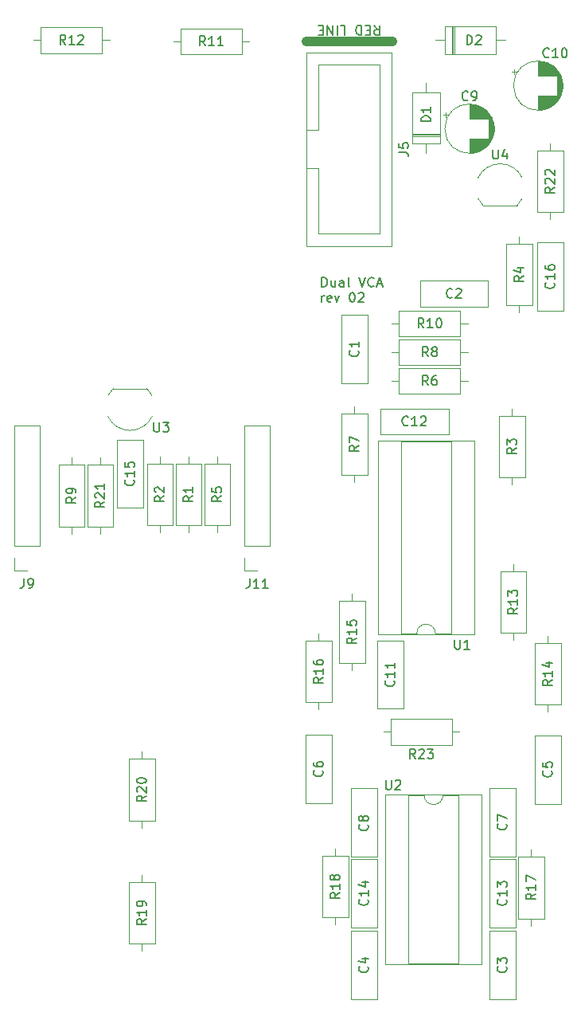
<source format=gto>
%TF.GenerationSoftware,KiCad,Pcbnew,8.0.3*%
%TF.CreationDate,2024-07-04T10:47:54+01:00*%
%TF.ProjectId,dual-vca,6475616c-2d76-4636-912e-6b696361645f,rev?*%
%TF.SameCoordinates,Original*%
%TF.FileFunction,Legend,Top*%
%TF.FilePolarity,Positive*%
%FSLAX46Y46*%
G04 Gerber Fmt 4.6, Leading zero omitted, Abs format (unit mm)*
G04 Created by KiCad (PCBNEW 8.0.3) date 2024-07-04 10:47:54*
%MOMM*%
%LPD*%
G01*
G04 APERTURE LIST*
%ADD10C,0.150000*%
%ADD11C,0.120000*%
%ADD12C,1.000000*%
G04 APERTURE END LIST*
D10*
X113620779Y-58203875D02*
X113620779Y-57203875D01*
X113620779Y-57203875D02*
X113858874Y-57203875D01*
X113858874Y-57203875D02*
X114001731Y-57251494D01*
X114001731Y-57251494D02*
X114096969Y-57346732D01*
X114096969Y-57346732D02*
X114144588Y-57441970D01*
X114144588Y-57441970D02*
X114192207Y-57632446D01*
X114192207Y-57632446D02*
X114192207Y-57775303D01*
X114192207Y-57775303D02*
X114144588Y-57965779D01*
X114144588Y-57965779D02*
X114096969Y-58061017D01*
X114096969Y-58061017D02*
X114001731Y-58156256D01*
X114001731Y-58156256D02*
X113858874Y-58203875D01*
X113858874Y-58203875D02*
X113620779Y-58203875D01*
X115049350Y-57537208D02*
X115049350Y-58203875D01*
X114620779Y-57537208D02*
X114620779Y-58061017D01*
X114620779Y-58061017D02*
X114668398Y-58156256D01*
X114668398Y-58156256D02*
X114763636Y-58203875D01*
X114763636Y-58203875D02*
X114906493Y-58203875D01*
X114906493Y-58203875D02*
X115001731Y-58156256D01*
X115001731Y-58156256D02*
X115049350Y-58108636D01*
X115954112Y-58203875D02*
X115954112Y-57680065D01*
X115954112Y-57680065D02*
X115906493Y-57584827D01*
X115906493Y-57584827D02*
X115811255Y-57537208D01*
X115811255Y-57537208D02*
X115620779Y-57537208D01*
X115620779Y-57537208D02*
X115525541Y-57584827D01*
X115954112Y-58156256D02*
X115858874Y-58203875D01*
X115858874Y-58203875D02*
X115620779Y-58203875D01*
X115620779Y-58203875D02*
X115525541Y-58156256D01*
X115525541Y-58156256D02*
X115477922Y-58061017D01*
X115477922Y-58061017D02*
X115477922Y-57965779D01*
X115477922Y-57965779D02*
X115525541Y-57870541D01*
X115525541Y-57870541D02*
X115620779Y-57822922D01*
X115620779Y-57822922D02*
X115858874Y-57822922D01*
X115858874Y-57822922D02*
X115954112Y-57775303D01*
X116573160Y-58203875D02*
X116477922Y-58156256D01*
X116477922Y-58156256D02*
X116430303Y-58061017D01*
X116430303Y-58061017D02*
X116430303Y-57203875D01*
X117573161Y-57203875D02*
X117906494Y-58203875D01*
X117906494Y-58203875D02*
X118239827Y-57203875D01*
X119144589Y-58108636D02*
X119096970Y-58156256D01*
X119096970Y-58156256D02*
X118954113Y-58203875D01*
X118954113Y-58203875D02*
X118858875Y-58203875D01*
X118858875Y-58203875D02*
X118716018Y-58156256D01*
X118716018Y-58156256D02*
X118620780Y-58061017D01*
X118620780Y-58061017D02*
X118573161Y-57965779D01*
X118573161Y-57965779D02*
X118525542Y-57775303D01*
X118525542Y-57775303D02*
X118525542Y-57632446D01*
X118525542Y-57632446D02*
X118573161Y-57441970D01*
X118573161Y-57441970D02*
X118620780Y-57346732D01*
X118620780Y-57346732D02*
X118716018Y-57251494D01*
X118716018Y-57251494D02*
X118858875Y-57203875D01*
X118858875Y-57203875D02*
X118954113Y-57203875D01*
X118954113Y-57203875D02*
X119096970Y-57251494D01*
X119096970Y-57251494D02*
X119144589Y-57299113D01*
X119525542Y-57918160D02*
X120001732Y-57918160D01*
X119430304Y-58203875D02*
X119763637Y-57203875D01*
X119763637Y-57203875D02*
X120096970Y-58203875D01*
X113620779Y-59813819D02*
X113620779Y-59147152D01*
X113620779Y-59337628D02*
X113668398Y-59242390D01*
X113668398Y-59242390D02*
X113716017Y-59194771D01*
X113716017Y-59194771D02*
X113811255Y-59147152D01*
X113811255Y-59147152D02*
X113906493Y-59147152D01*
X114620779Y-59766200D02*
X114525541Y-59813819D01*
X114525541Y-59813819D02*
X114335065Y-59813819D01*
X114335065Y-59813819D02*
X114239827Y-59766200D01*
X114239827Y-59766200D02*
X114192208Y-59670961D01*
X114192208Y-59670961D02*
X114192208Y-59290009D01*
X114192208Y-59290009D02*
X114239827Y-59194771D01*
X114239827Y-59194771D02*
X114335065Y-59147152D01*
X114335065Y-59147152D02*
X114525541Y-59147152D01*
X114525541Y-59147152D02*
X114620779Y-59194771D01*
X114620779Y-59194771D02*
X114668398Y-59290009D01*
X114668398Y-59290009D02*
X114668398Y-59385247D01*
X114668398Y-59385247D02*
X114192208Y-59480485D01*
X115001732Y-59147152D02*
X115239827Y-59813819D01*
X115239827Y-59813819D02*
X115477922Y-59147152D01*
X116811256Y-58813819D02*
X116906494Y-58813819D01*
X116906494Y-58813819D02*
X117001732Y-58861438D01*
X117001732Y-58861438D02*
X117049351Y-58909057D01*
X117049351Y-58909057D02*
X117096970Y-59004295D01*
X117096970Y-59004295D02*
X117144589Y-59194771D01*
X117144589Y-59194771D02*
X117144589Y-59432866D01*
X117144589Y-59432866D02*
X117096970Y-59623342D01*
X117096970Y-59623342D02*
X117049351Y-59718580D01*
X117049351Y-59718580D02*
X117001732Y-59766200D01*
X117001732Y-59766200D02*
X116906494Y-59813819D01*
X116906494Y-59813819D02*
X116811256Y-59813819D01*
X116811256Y-59813819D02*
X116716018Y-59766200D01*
X116716018Y-59766200D02*
X116668399Y-59718580D01*
X116668399Y-59718580D02*
X116620780Y-59623342D01*
X116620780Y-59623342D02*
X116573161Y-59432866D01*
X116573161Y-59432866D02*
X116573161Y-59194771D01*
X116573161Y-59194771D02*
X116620780Y-59004295D01*
X116620780Y-59004295D02*
X116668399Y-58909057D01*
X116668399Y-58909057D02*
X116716018Y-58861438D01*
X116716018Y-58861438D02*
X116811256Y-58813819D01*
X117525542Y-58909057D02*
X117573161Y-58861438D01*
X117573161Y-58861438D02*
X117668399Y-58813819D01*
X117668399Y-58813819D02*
X117906494Y-58813819D01*
X117906494Y-58813819D02*
X118001732Y-58861438D01*
X118001732Y-58861438D02*
X118049351Y-58909057D01*
X118049351Y-58909057D02*
X118096970Y-59004295D01*
X118096970Y-59004295D02*
X118096970Y-59099533D01*
X118096970Y-59099533D02*
X118049351Y-59242390D01*
X118049351Y-59242390D02*
X117477923Y-59813819D01*
X117477923Y-59813819D02*
X118096970Y-59813819D01*
X118469580Y-115355666D02*
X118517200Y-115403285D01*
X118517200Y-115403285D02*
X118564819Y-115546142D01*
X118564819Y-115546142D02*
X118564819Y-115641380D01*
X118564819Y-115641380D02*
X118517200Y-115784237D01*
X118517200Y-115784237D02*
X118421961Y-115879475D01*
X118421961Y-115879475D02*
X118326723Y-115927094D01*
X118326723Y-115927094D02*
X118136247Y-115974713D01*
X118136247Y-115974713D02*
X117993390Y-115974713D01*
X117993390Y-115974713D02*
X117802914Y-115927094D01*
X117802914Y-115927094D02*
X117707676Y-115879475D01*
X117707676Y-115879475D02*
X117612438Y-115784237D01*
X117612438Y-115784237D02*
X117564819Y-115641380D01*
X117564819Y-115641380D02*
X117564819Y-115546142D01*
X117564819Y-115546142D02*
X117612438Y-115403285D01*
X117612438Y-115403285D02*
X117660057Y-115355666D01*
X117993390Y-114784237D02*
X117945771Y-114879475D01*
X117945771Y-114879475D02*
X117898152Y-114927094D01*
X117898152Y-114927094D02*
X117802914Y-114974713D01*
X117802914Y-114974713D02*
X117755295Y-114974713D01*
X117755295Y-114974713D02*
X117660057Y-114927094D01*
X117660057Y-114927094D02*
X117612438Y-114879475D01*
X117612438Y-114879475D02*
X117564819Y-114784237D01*
X117564819Y-114784237D02*
X117564819Y-114593761D01*
X117564819Y-114593761D02*
X117612438Y-114498523D01*
X117612438Y-114498523D02*
X117660057Y-114450904D01*
X117660057Y-114450904D02*
X117755295Y-114403285D01*
X117755295Y-114403285D02*
X117802914Y-114403285D01*
X117802914Y-114403285D02*
X117898152Y-114450904D01*
X117898152Y-114450904D02*
X117945771Y-114498523D01*
X117945771Y-114498523D02*
X117993390Y-114593761D01*
X117993390Y-114593761D02*
X117993390Y-114784237D01*
X117993390Y-114784237D02*
X118041009Y-114879475D01*
X118041009Y-114879475D02*
X118088628Y-114927094D01*
X118088628Y-114927094D02*
X118183866Y-114974713D01*
X118183866Y-114974713D02*
X118374342Y-114974713D01*
X118374342Y-114974713D02*
X118469580Y-114927094D01*
X118469580Y-114927094D02*
X118517200Y-114879475D01*
X118517200Y-114879475D02*
X118564819Y-114784237D01*
X118564819Y-114784237D02*
X118564819Y-114593761D01*
X118564819Y-114593761D02*
X118517200Y-114498523D01*
X118517200Y-114498523D02*
X118469580Y-114450904D01*
X118469580Y-114450904D02*
X118374342Y-114403285D01*
X118374342Y-114403285D02*
X118183866Y-114403285D01*
X118183866Y-114403285D02*
X118088628Y-114450904D01*
X118088628Y-114450904D02*
X118041009Y-114498523D01*
X118041009Y-114498523D02*
X117993390Y-114593761D01*
X134312819Y-75350666D02*
X133836628Y-75683999D01*
X134312819Y-75922094D02*
X133312819Y-75922094D01*
X133312819Y-75922094D02*
X133312819Y-75541142D01*
X133312819Y-75541142D02*
X133360438Y-75445904D01*
X133360438Y-75445904D02*
X133408057Y-75398285D01*
X133408057Y-75398285D02*
X133503295Y-75350666D01*
X133503295Y-75350666D02*
X133646152Y-75350666D01*
X133646152Y-75350666D02*
X133741390Y-75398285D01*
X133741390Y-75398285D02*
X133789009Y-75445904D01*
X133789009Y-75445904D02*
X133836628Y-75541142D01*
X133836628Y-75541142D02*
X133836628Y-75922094D01*
X133312819Y-75017332D02*
X133312819Y-74398285D01*
X133312819Y-74398285D02*
X133693771Y-74731618D01*
X133693771Y-74731618D02*
X133693771Y-74588761D01*
X133693771Y-74588761D02*
X133741390Y-74493523D01*
X133741390Y-74493523D02*
X133789009Y-74445904D01*
X133789009Y-74445904D02*
X133884247Y-74398285D01*
X133884247Y-74398285D02*
X134122342Y-74398285D01*
X134122342Y-74398285D02*
X134217580Y-74445904D01*
X134217580Y-74445904D02*
X134265200Y-74493523D01*
X134265200Y-74493523D02*
X134312819Y-74588761D01*
X134312819Y-74588761D02*
X134312819Y-74874475D01*
X134312819Y-74874475D02*
X134265200Y-74969713D01*
X134265200Y-74969713D02*
X134217580Y-75017332D01*
X124452142Y-62557819D02*
X124118809Y-62081628D01*
X123880714Y-62557819D02*
X123880714Y-61557819D01*
X123880714Y-61557819D02*
X124261666Y-61557819D01*
X124261666Y-61557819D02*
X124356904Y-61605438D01*
X124356904Y-61605438D02*
X124404523Y-61653057D01*
X124404523Y-61653057D02*
X124452142Y-61748295D01*
X124452142Y-61748295D02*
X124452142Y-61891152D01*
X124452142Y-61891152D02*
X124404523Y-61986390D01*
X124404523Y-61986390D02*
X124356904Y-62034009D01*
X124356904Y-62034009D02*
X124261666Y-62081628D01*
X124261666Y-62081628D02*
X123880714Y-62081628D01*
X125404523Y-62557819D02*
X124833095Y-62557819D01*
X125118809Y-62557819D02*
X125118809Y-61557819D01*
X125118809Y-61557819D02*
X125023571Y-61700676D01*
X125023571Y-61700676D02*
X124928333Y-61795914D01*
X124928333Y-61795914D02*
X124833095Y-61843533D01*
X126023571Y-61557819D02*
X126118809Y-61557819D01*
X126118809Y-61557819D02*
X126214047Y-61605438D01*
X126214047Y-61605438D02*
X126261666Y-61653057D01*
X126261666Y-61653057D02*
X126309285Y-61748295D01*
X126309285Y-61748295D02*
X126356904Y-61938771D01*
X126356904Y-61938771D02*
X126356904Y-62176866D01*
X126356904Y-62176866D02*
X126309285Y-62367342D01*
X126309285Y-62367342D02*
X126261666Y-62462580D01*
X126261666Y-62462580D02*
X126214047Y-62510200D01*
X126214047Y-62510200D02*
X126118809Y-62557819D01*
X126118809Y-62557819D02*
X126023571Y-62557819D01*
X126023571Y-62557819D02*
X125928333Y-62510200D01*
X125928333Y-62510200D02*
X125880714Y-62462580D01*
X125880714Y-62462580D02*
X125833095Y-62367342D01*
X125833095Y-62367342D02*
X125785476Y-62176866D01*
X125785476Y-62176866D02*
X125785476Y-61938771D01*
X125785476Y-61938771D02*
X125833095Y-61748295D01*
X125833095Y-61748295D02*
X125880714Y-61653057D01*
X125880714Y-61653057D02*
X125928333Y-61605438D01*
X125928333Y-61605438D02*
X126023571Y-61557819D01*
X101211142Y-32581819D02*
X100877809Y-32105628D01*
X100639714Y-32581819D02*
X100639714Y-31581819D01*
X100639714Y-31581819D02*
X101020666Y-31581819D01*
X101020666Y-31581819D02*
X101115904Y-31629438D01*
X101115904Y-31629438D02*
X101163523Y-31677057D01*
X101163523Y-31677057D02*
X101211142Y-31772295D01*
X101211142Y-31772295D02*
X101211142Y-31915152D01*
X101211142Y-31915152D02*
X101163523Y-32010390D01*
X101163523Y-32010390D02*
X101115904Y-32058009D01*
X101115904Y-32058009D02*
X101020666Y-32105628D01*
X101020666Y-32105628D02*
X100639714Y-32105628D01*
X102163523Y-32581819D02*
X101592095Y-32581819D01*
X101877809Y-32581819D02*
X101877809Y-31581819D01*
X101877809Y-31581819D02*
X101782571Y-31724676D01*
X101782571Y-31724676D02*
X101687333Y-31819914D01*
X101687333Y-31819914D02*
X101592095Y-31867533D01*
X103115904Y-32581819D02*
X102544476Y-32581819D01*
X102830190Y-32581819D02*
X102830190Y-31581819D01*
X102830190Y-31581819D02*
X102734952Y-31724676D01*
X102734952Y-31724676D02*
X102639714Y-31819914D01*
X102639714Y-31819914D02*
X102544476Y-31867533D01*
X133201580Y-115268666D02*
X133249200Y-115316285D01*
X133249200Y-115316285D02*
X133296819Y-115459142D01*
X133296819Y-115459142D02*
X133296819Y-115554380D01*
X133296819Y-115554380D02*
X133249200Y-115697237D01*
X133249200Y-115697237D02*
X133153961Y-115792475D01*
X133153961Y-115792475D02*
X133058723Y-115840094D01*
X133058723Y-115840094D02*
X132868247Y-115887713D01*
X132868247Y-115887713D02*
X132725390Y-115887713D01*
X132725390Y-115887713D02*
X132534914Y-115840094D01*
X132534914Y-115840094D02*
X132439676Y-115792475D01*
X132439676Y-115792475D02*
X132344438Y-115697237D01*
X132344438Y-115697237D02*
X132296819Y-115554380D01*
X132296819Y-115554380D02*
X132296819Y-115459142D01*
X132296819Y-115459142D02*
X132344438Y-115316285D01*
X132344438Y-115316285D02*
X132392057Y-115268666D01*
X132296819Y-114935332D02*
X132296819Y-114268666D01*
X132296819Y-114268666D02*
X133296819Y-114697237D01*
X121263580Y-100043857D02*
X121311200Y-100091476D01*
X121311200Y-100091476D02*
X121358819Y-100234333D01*
X121358819Y-100234333D02*
X121358819Y-100329571D01*
X121358819Y-100329571D02*
X121311200Y-100472428D01*
X121311200Y-100472428D02*
X121215961Y-100567666D01*
X121215961Y-100567666D02*
X121120723Y-100615285D01*
X121120723Y-100615285D02*
X120930247Y-100662904D01*
X120930247Y-100662904D02*
X120787390Y-100662904D01*
X120787390Y-100662904D02*
X120596914Y-100615285D01*
X120596914Y-100615285D02*
X120501676Y-100567666D01*
X120501676Y-100567666D02*
X120406438Y-100472428D01*
X120406438Y-100472428D02*
X120358819Y-100329571D01*
X120358819Y-100329571D02*
X120358819Y-100234333D01*
X120358819Y-100234333D02*
X120406438Y-100091476D01*
X120406438Y-100091476D02*
X120454057Y-100043857D01*
X121358819Y-99091476D02*
X121358819Y-99662904D01*
X121358819Y-99377190D02*
X120358819Y-99377190D01*
X120358819Y-99377190D02*
X120501676Y-99472428D01*
X120501676Y-99472428D02*
X120596914Y-99567666D01*
X120596914Y-99567666D02*
X120644533Y-99662904D01*
X121358819Y-98139095D02*
X121358819Y-98710523D01*
X121358819Y-98424809D02*
X120358819Y-98424809D01*
X120358819Y-98424809D02*
X120501676Y-98520047D01*
X120501676Y-98520047D02*
X120596914Y-98615285D01*
X120596914Y-98615285D02*
X120644533Y-98710523D01*
X138027580Y-109640666D02*
X138075200Y-109688285D01*
X138075200Y-109688285D02*
X138122819Y-109831142D01*
X138122819Y-109831142D02*
X138122819Y-109926380D01*
X138122819Y-109926380D02*
X138075200Y-110069237D01*
X138075200Y-110069237D02*
X137979961Y-110164475D01*
X137979961Y-110164475D02*
X137884723Y-110212094D01*
X137884723Y-110212094D02*
X137694247Y-110259713D01*
X137694247Y-110259713D02*
X137551390Y-110259713D01*
X137551390Y-110259713D02*
X137360914Y-110212094D01*
X137360914Y-110212094D02*
X137265676Y-110164475D01*
X137265676Y-110164475D02*
X137170438Y-110069237D01*
X137170438Y-110069237D02*
X137122819Y-109926380D01*
X137122819Y-109926380D02*
X137122819Y-109831142D01*
X137122819Y-109831142D02*
X137170438Y-109688285D01*
X137170438Y-109688285D02*
X137218057Y-109640666D01*
X137122819Y-108735904D02*
X137122819Y-109212094D01*
X137122819Y-109212094D02*
X137599009Y-109259713D01*
X137599009Y-109259713D02*
X137551390Y-109212094D01*
X137551390Y-109212094D02*
X137503771Y-109116856D01*
X137503771Y-109116856D02*
X137503771Y-108878761D01*
X137503771Y-108878761D02*
X137551390Y-108783523D01*
X137551390Y-108783523D02*
X137599009Y-108735904D01*
X137599009Y-108735904D02*
X137694247Y-108688285D01*
X137694247Y-108688285D02*
X137932342Y-108688285D01*
X137932342Y-108688285D02*
X138027580Y-108735904D01*
X138027580Y-108735904D02*
X138075200Y-108783523D01*
X138075200Y-108783523D02*
X138122819Y-108878761D01*
X138122819Y-108878761D02*
X138122819Y-109116856D01*
X138122819Y-109116856D02*
X138075200Y-109212094D01*
X138075200Y-109212094D02*
X138027580Y-109259713D01*
X138122819Y-99956857D02*
X137646628Y-100290190D01*
X138122819Y-100528285D02*
X137122819Y-100528285D01*
X137122819Y-100528285D02*
X137122819Y-100147333D01*
X137122819Y-100147333D02*
X137170438Y-100052095D01*
X137170438Y-100052095D02*
X137218057Y-100004476D01*
X137218057Y-100004476D02*
X137313295Y-99956857D01*
X137313295Y-99956857D02*
X137456152Y-99956857D01*
X137456152Y-99956857D02*
X137551390Y-100004476D01*
X137551390Y-100004476D02*
X137599009Y-100052095D01*
X137599009Y-100052095D02*
X137646628Y-100147333D01*
X137646628Y-100147333D02*
X137646628Y-100528285D01*
X138122819Y-99004476D02*
X138122819Y-99575904D01*
X138122819Y-99290190D02*
X137122819Y-99290190D01*
X137122819Y-99290190D02*
X137265676Y-99385428D01*
X137265676Y-99385428D02*
X137360914Y-99480666D01*
X137360914Y-99480666D02*
X137408533Y-99575904D01*
X137456152Y-98147333D02*
X138122819Y-98147333D01*
X137075200Y-98385428D02*
X137789485Y-98623523D01*
X137789485Y-98623523D02*
X137789485Y-98004476D01*
X118469580Y-130428666D02*
X118517200Y-130476285D01*
X118517200Y-130476285D02*
X118564819Y-130619142D01*
X118564819Y-130619142D02*
X118564819Y-130714380D01*
X118564819Y-130714380D02*
X118517200Y-130857237D01*
X118517200Y-130857237D02*
X118421961Y-130952475D01*
X118421961Y-130952475D02*
X118326723Y-131000094D01*
X118326723Y-131000094D02*
X118136247Y-131047713D01*
X118136247Y-131047713D02*
X117993390Y-131047713D01*
X117993390Y-131047713D02*
X117802914Y-131000094D01*
X117802914Y-131000094D02*
X117707676Y-130952475D01*
X117707676Y-130952475D02*
X117612438Y-130857237D01*
X117612438Y-130857237D02*
X117564819Y-130714380D01*
X117564819Y-130714380D02*
X117564819Y-130619142D01*
X117564819Y-130619142D02*
X117612438Y-130476285D01*
X117612438Y-130476285D02*
X117660057Y-130428666D01*
X117898152Y-129571523D02*
X118564819Y-129571523D01*
X117517200Y-129809618D02*
X118231485Y-130047713D01*
X118231485Y-130047713D02*
X118231485Y-129428666D01*
X135074819Y-57062666D02*
X134598628Y-57395999D01*
X135074819Y-57634094D02*
X134074819Y-57634094D01*
X134074819Y-57634094D02*
X134074819Y-57253142D01*
X134074819Y-57253142D02*
X134122438Y-57157904D01*
X134122438Y-57157904D02*
X134170057Y-57110285D01*
X134170057Y-57110285D02*
X134265295Y-57062666D01*
X134265295Y-57062666D02*
X134408152Y-57062666D01*
X134408152Y-57062666D02*
X134503390Y-57110285D01*
X134503390Y-57110285D02*
X134551009Y-57157904D01*
X134551009Y-57157904D02*
X134598628Y-57253142D01*
X134598628Y-57253142D02*
X134598628Y-57634094D01*
X134408152Y-56205523D02*
X135074819Y-56205523D01*
X134027200Y-56443618D02*
X134741485Y-56681713D01*
X134741485Y-56681713D02*
X134741485Y-56062666D01*
X87449819Y-80557666D02*
X86973628Y-80890999D01*
X87449819Y-81129094D02*
X86449819Y-81129094D01*
X86449819Y-81129094D02*
X86449819Y-80748142D01*
X86449819Y-80748142D02*
X86497438Y-80652904D01*
X86497438Y-80652904D02*
X86545057Y-80605285D01*
X86545057Y-80605285D02*
X86640295Y-80557666D01*
X86640295Y-80557666D02*
X86783152Y-80557666D01*
X86783152Y-80557666D02*
X86878390Y-80605285D01*
X86878390Y-80605285D02*
X86926009Y-80652904D01*
X86926009Y-80652904D02*
X86973628Y-80748142D01*
X86973628Y-80748142D02*
X86973628Y-81129094D01*
X87449819Y-80081475D02*
X87449819Y-79890999D01*
X87449819Y-79890999D02*
X87402200Y-79795761D01*
X87402200Y-79795761D02*
X87354580Y-79748142D01*
X87354580Y-79748142D02*
X87211723Y-79652904D01*
X87211723Y-79652904D02*
X87021247Y-79605285D01*
X87021247Y-79605285D02*
X86640295Y-79605285D01*
X86640295Y-79605285D02*
X86545057Y-79652904D01*
X86545057Y-79652904D02*
X86497438Y-79700523D01*
X86497438Y-79700523D02*
X86449819Y-79795761D01*
X86449819Y-79795761D02*
X86449819Y-79986237D01*
X86449819Y-79986237D02*
X86497438Y-80081475D01*
X86497438Y-80081475D02*
X86545057Y-80129094D01*
X86545057Y-80129094D02*
X86640295Y-80176713D01*
X86640295Y-80176713D02*
X86878390Y-80176713D01*
X86878390Y-80176713D02*
X86973628Y-80129094D01*
X86973628Y-80129094D02*
X87021247Y-80081475D01*
X87021247Y-80081475D02*
X87068866Y-79986237D01*
X87068866Y-79986237D02*
X87068866Y-79795761D01*
X87068866Y-79795761D02*
X87021247Y-79700523D01*
X87021247Y-79700523D02*
X86973628Y-79652904D01*
X86973628Y-79652904D02*
X86878390Y-79605285D01*
X117294819Y-95511857D02*
X116818628Y-95845190D01*
X117294819Y-96083285D02*
X116294819Y-96083285D01*
X116294819Y-96083285D02*
X116294819Y-95702333D01*
X116294819Y-95702333D02*
X116342438Y-95607095D01*
X116342438Y-95607095D02*
X116390057Y-95559476D01*
X116390057Y-95559476D02*
X116485295Y-95511857D01*
X116485295Y-95511857D02*
X116628152Y-95511857D01*
X116628152Y-95511857D02*
X116723390Y-95559476D01*
X116723390Y-95559476D02*
X116771009Y-95607095D01*
X116771009Y-95607095D02*
X116818628Y-95702333D01*
X116818628Y-95702333D02*
X116818628Y-96083285D01*
X117294819Y-94559476D02*
X117294819Y-95130904D01*
X117294819Y-94845190D02*
X116294819Y-94845190D01*
X116294819Y-94845190D02*
X116437676Y-94940428D01*
X116437676Y-94940428D02*
X116532914Y-95035666D01*
X116532914Y-95035666D02*
X116580533Y-95130904D01*
X116294819Y-93654714D02*
X116294819Y-94130904D01*
X116294819Y-94130904D02*
X116771009Y-94178523D01*
X116771009Y-94178523D02*
X116723390Y-94130904D01*
X116723390Y-94130904D02*
X116675771Y-94035666D01*
X116675771Y-94035666D02*
X116675771Y-93797571D01*
X116675771Y-93797571D02*
X116723390Y-93702333D01*
X116723390Y-93702333D02*
X116771009Y-93654714D01*
X116771009Y-93654714D02*
X116866247Y-93607095D01*
X116866247Y-93607095D02*
X117104342Y-93607095D01*
X117104342Y-93607095D02*
X117199580Y-93654714D01*
X117199580Y-93654714D02*
X117247200Y-93702333D01*
X117247200Y-93702333D02*
X117294819Y-93797571D01*
X117294819Y-93797571D02*
X117294819Y-94035666D01*
X117294819Y-94035666D02*
X117247200Y-94130904D01*
X117247200Y-94130904D02*
X117199580Y-94178523D01*
X127508333Y-59287580D02*
X127460714Y-59335200D01*
X127460714Y-59335200D02*
X127317857Y-59382819D01*
X127317857Y-59382819D02*
X127222619Y-59382819D01*
X127222619Y-59382819D02*
X127079762Y-59335200D01*
X127079762Y-59335200D02*
X126984524Y-59239961D01*
X126984524Y-59239961D02*
X126936905Y-59144723D01*
X126936905Y-59144723D02*
X126889286Y-58954247D01*
X126889286Y-58954247D02*
X126889286Y-58811390D01*
X126889286Y-58811390D02*
X126936905Y-58620914D01*
X126936905Y-58620914D02*
X126984524Y-58525676D01*
X126984524Y-58525676D02*
X127079762Y-58430438D01*
X127079762Y-58430438D02*
X127222619Y-58382819D01*
X127222619Y-58382819D02*
X127317857Y-58382819D01*
X127317857Y-58382819D02*
X127460714Y-58430438D01*
X127460714Y-58430438D02*
X127508333Y-58478057D01*
X127889286Y-58478057D02*
X127936905Y-58430438D01*
X127936905Y-58430438D02*
X128032143Y-58382819D01*
X128032143Y-58382819D02*
X128270238Y-58382819D01*
X128270238Y-58382819D02*
X128365476Y-58430438D01*
X128365476Y-58430438D02*
X128413095Y-58478057D01*
X128413095Y-58478057D02*
X128460714Y-58573295D01*
X128460714Y-58573295D02*
X128460714Y-58668533D01*
X128460714Y-58668533D02*
X128413095Y-58811390D01*
X128413095Y-58811390D02*
X127841667Y-59382819D01*
X127841667Y-59382819D02*
X128460714Y-59382819D01*
X115516819Y-122562857D02*
X115040628Y-122896190D01*
X115516819Y-123134285D02*
X114516819Y-123134285D01*
X114516819Y-123134285D02*
X114516819Y-122753333D01*
X114516819Y-122753333D02*
X114564438Y-122658095D01*
X114564438Y-122658095D02*
X114612057Y-122610476D01*
X114612057Y-122610476D02*
X114707295Y-122562857D01*
X114707295Y-122562857D02*
X114850152Y-122562857D01*
X114850152Y-122562857D02*
X114945390Y-122610476D01*
X114945390Y-122610476D02*
X114993009Y-122658095D01*
X114993009Y-122658095D02*
X115040628Y-122753333D01*
X115040628Y-122753333D02*
X115040628Y-123134285D01*
X115516819Y-121610476D02*
X115516819Y-122181904D01*
X115516819Y-121896190D02*
X114516819Y-121896190D01*
X114516819Y-121896190D02*
X114659676Y-121991428D01*
X114659676Y-121991428D02*
X114754914Y-122086666D01*
X114754914Y-122086666D02*
X114802533Y-122181904D01*
X114945390Y-121039047D02*
X114897771Y-121134285D01*
X114897771Y-121134285D02*
X114850152Y-121181904D01*
X114850152Y-121181904D02*
X114754914Y-121229523D01*
X114754914Y-121229523D02*
X114707295Y-121229523D01*
X114707295Y-121229523D02*
X114612057Y-121181904D01*
X114612057Y-121181904D02*
X114564438Y-121134285D01*
X114564438Y-121134285D02*
X114516819Y-121039047D01*
X114516819Y-121039047D02*
X114516819Y-120848571D01*
X114516819Y-120848571D02*
X114564438Y-120753333D01*
X114564438Y-120753333D02*
X114612057Y-120705714D01*
X114612057Y-120705714D02*
X114707295Y-120658095D01*
X114707295Y-120658095D02*
X114754914Y-120658095D01*
X114754914Y-120658095D02*
X114850152Y-120705714D01*
X114850152Y-120705714D02*
X114897771Y-120753333D01*
X114897771Y-120753333D02*
X114945390Y-120848571D01*
X114945390Y-120848571D02*
X114945390Y-121039047D01*
X114945390Y-121039047D02*
X114993009Y-121134285D01*
X114993009Y-121134285D02*
X115040628Y-121181904D01*
X115040628Y-121181904D02*
X115135866Y-121229523D01*
X115135866Y-121229523D02*
X115326342Y-121229523D01*
X115326342Y-121229523D02*
X115421580Y-121181904D01*
X115421580Y-121181904D02*
X115469200Y-121134285D01*
X115469200Y-121134285D02*
X115516819Y-121039047D01*
X115516819Y-121039047D02*
X115516819Y-120848571D01*
X115516819Y-120848571D02*
X115469200Y-120753333D01*
X115469200Y-120753333D02*
X115421580Y-120705714D01*
X115421580Y-120705714D02*
X115326342Y-120658095D01*
X115326342Y-120658095D02*
X115135866Y-120658095D01*
X115135866Y-120658095D02*
X115040628Y-120705714D01*
X115040628Y-120705714D02*
X114993009Y-120753333D01*
X114993009Y-120753333D02*
X114945390Y-120848571D01*
X125168819Y-40616094D02*
X124168819Y-40616094D01*
X124168819Y-40616094D02*
X124168819Y-40377999D01*
X124168819Y-40377999D02*
X124216438Y-40235142D01*
X124216438Y-40235142D02*
X124311676Y-40139904D01*
X124311676Y-40139904D02*
X124406914Y-40092285D01*
X124406914Y-40092285D02*
X124597390Y-40044666D01*
X124597390Y-40044666D02*
X124740247Y-40044666D01*
X124740247Y-40044666D02*
X124930723Y-40092285D01*
X124930723Y-40092285D02*
X125025961Y-40139904D01*
X125025961Y-40139904D02*
X125121200Y-40235142D01*
X125121200Y-40235142D02*
X125168819Y-40377999D01*
X125168819Y-40377999D02*
X125168819Y-40616094D01*
X125168819Y-39092285D02*
X125168819Y-39663713D01*
X125168819Y-39377999D02*
X124168819Y-39377999D01*
X124168819Y-39377999D02*
X124311676Y-39473237D01*
X124311676Y-39473237D02*
X124406914Y-39568475D01*
X124406914Y-39568475D02*
X124454533Y-39663713D01*
X99895819Y-80430666D02*
X99419628Y-80763999D01*
X99895819Y-81002094D02*
X98895819Y-81002094D01*
X98895819Y-81002094D02*
X98895819Y-80621142D01*
X98895819Y-80621142D02*
X98943438Y-80525904D01*
X98943438Y-80525904D02*
X98991057Y-80478285D01*
X98991057Y-80478285D02*
X99086295Y-80430666D01*
X99086295Y-80430666D02*
X99229152Y-80430666D01*
X99229152Y-80430666D02*
X99324390Y-80478285D01*
X99324390Y-80478285D02*
X99372009Y-80525904D01*
X99372009Y-80525904D02*
X99419628Y-80621142D01*
X99419628Y-80621142D02*
X99419628Y-81002094D01*
X99895819Y-79478285D02*
X99895819Y-80049713D01*
X99895819Y-79763999D02*
X98895819Y-79763999D01*
X98895819Y-79763999D02*
X99038676Y-79859237D01*
X99038676Y-79859237D02*
X99133914Y-79954475D01*
X99133914Y-79954475D02*
X99181533Y-80049713D01*
X134439819Y-92336857D02*
X133963628Y-92670190D01*
X134439819Y-92908285D02*
X133439819Y-92908285D01*
X133439819Y-92908285D02*
X133439819Y-92527333D01*
X133439819Y-92527333D02*
X133487438Y-92432095D01*
X133487438Y-92432095D02*
X133535057Y-92384476D01*
X133535057Y-92384476D02*
X133630295Y-92336857D01*
X133630295Y-92336857D02*
X133773152Y-92336857D01*
X133773152Y-92336857D02*
X133868390Y-92384476D01*
X133868390Y-92384476D02*
X133916009Y-92432095D01*
X133916009Y-92432095D02*
X133963628Y-92527333D01*
X133963628Y-92527333D02*
X133963628Y-92908285D01*
X134439819Y-91384476D02*
X134439819Y-91955904D01*
X134439819Y-91670190D02*
X133439819Y-91670190D01*
X133439819Y-91670190D02*
X133582676Y-91765428D01*
X133582676Y-91765428D02*
X133677914Y-91860666D01*
X133677914Y-91860666D02*
X133725533Y-91955904D01*
X133439819Y-91051142D02*
X133439819Y-90432095D01*
X133439819Y-90432095D02*
X133820771Y-90765428D01*
X133820771Y-90765428D02*
X133820771Y-90622571D01*
X133820771Y-90622571D02*
X133868390Y-90527333D01*
X133868390Y-90527333D02*
X133916009Y-90479714D01*
X133916009Y-90479714D02*
X134011247Y-90432095D01*
X134011247Y-90432095D02*
X134249342Y-90432095D01*
X134249342Y-90432095D02*
X134344580Y-90479714D01*
X134344580Y-90479714D02*
X134392200Y-90527333D01*
X134392200Y-90527333D02*
X134439819Y-90622571D01*
X134439819Y-90622571D02*
X134439819Y-90908285D01*
X134439819Y-90908285D02*
X134392200Y-91003523D01*
X134392200Y-91003523D02*
X134344580Y-91051142D01*
X121816819Y-43913333D02*
X122531104Y-43913333D01*
X122531104Y-43913333D02*
X122673961Y-43960952D01*
X122673961Y-43960952D02*
X122769200Y-44056190D01*
X122769200Y-44056190D02*
X122816819Y-44199047D01*
X122816819Y-44199047D02*
X122816819Y-44294285D01*
X121816819Y-42960952D02*
X121816819Y-43437142D01*
X121816819Y-43437142D02*
X122293009Y-43484761D01*
X122293009Y-43484761D02*
X122245390Y-43437142D01*
X122245390Y-43437142D02*
X122197771Y-43341904D01*
X122197771Y-43341904D02*
X122197771Y-43103809D01*
X122197771Y-43103809D02*
X122245390Y-43008571D01*
X122245390Y-43008571D02*
X122293009Y-42960952D01*
X122293009Y-42960952D02*
X122388247Y-42913333D01*
X122388247Y-42913333D02*
X122626342Y-42913333D01*
X122626342Y-42913333D02*
X122721580Y-42960952D01*
X122721580Y-42960952D02*
X122769200Y-43008571D01*
X122769200Y-43008571D02*
X122816819Y-43103809D01*
X122816819Y-43103809D02*
X122816819Y-43341904D01*
X122816819Y-43341904D02*
X122769200Y-43437142D01*
X122769200Y-43437142D02*
X122721580Y-43484761D01*
X119162857Y-30425180D02*
X119496190Y-30901371D01*
X119734285Y-30425180D02*
X119734285Y-31425180D01*
X119734285Y-31425180D02*
X119353333Y-31425180D01*
X119353333Y-31425180D02*
X119258095Y-31377561D01*
X119258095Y-31377561D02*
X119210476Y-31329942D01*
X119210476Y-31329942D02*
X119162857Y-31234704D01*
X119162857Y-31234704D02*
X119162857Y-31091847D01*
X119162857Y-31091847D02*
X119210476Y-30996609D01*
X119210476Y-30996609D02*
X119258095Y-30948990D01*
X119258095Y-30948990D02*
X119353333Y-30901371D01*
X119353333Y-30901371D02*
X119734285Y-30901371D01*
X118734285Y-30948990D02*
X118400952Y-30948990D01*
X118258095Y-30425180D02*
X118734285Y-30425180D01*
X118734285Y-30425180D02*
X118734285Y-31425180D01*
X118734285Y-31425180D02*
X118258095Y-31425180D01*
X117829523Y-30425180D02*
X117829523Y-31425180D01*
X117829523Y-31425180D02*
X117591428Y-31425180D01*
X117591428Y-31425180D02*
X117448571Y-31377561D01*
X117448571Y-31377561D02*
X117353333Y-31282323D01*
X117353333Y-31282323D02*
X117305714Y-31187085D01*
X117305714Y-31187085D02*
X117258095Y-30996609D01*
X117258095Y-30996609D02*
X117258095Y-30853752D01*
X117258095Y-30853752D02*
X117305714Y-30663276D01*
X117305714Y-30663276D02*
X117353333Y-30568038D01*
X117353333Y-30568038D02*
X117448571Y-30472800D01*
X117448571Y-30472800D02*
X117591428Y-30425180D01*
X117591428Y-30425180D02*
X117829523Y-30425180D01*
X115591428Y-30425180D02*
X116067618Y-30425180D01*
X116067618Y-30425180D02*
X116067618Y-31425180D01*
X115258094Y-30425180D02*
X115258094Y-31425180D01*
X114781904Y-30425180D02*
X114781904Y-31425180D01*
X114781904Y-31425180D02*
X114210476Y-30425180D01*
X114210476Y-30425180D02*
X114210476Y-31425180D01*
X113734285Y-30948990D02*
X113400952Y-30948990D01*
X113258095Y-30425180D02*
X113734285Y-30425180D01*
X113734285Y-30425180D02*
X113734285Y-31425180D01*
X113734285Y-31425180D02*
X113258095Y-31425180D01*
X138281580Y-57752857D02*
X138329200Y-57800476D01*
X138329200Y-57800476D02*
X138376819Y-57943333D01*
X138376819Y-57943333D02*
X138376819Y-58038571D01*
X138376819Y-58038571D02*
X138329200Y-58181428D01*
X138329200Y-58181428D02*
X138233961Y-58276666D01*
X138233961Y-58276666D02*
X138138723Y-58324285D01*
X138138723Y-58324285D02*
X137948247Y-58371904D01*
X137948247Y-58371904D02*
X137805390Y-58371904D01*
X137805390Y-58371904D02*
X137614914Y-58324285D01*
X137614914Y-58324285D02*
X137519676Y-58276666D01*
X137519676Y-58276666D02*
X137424438Y-58181428D01*
X137424438Y-58181428D02*
X137376819Y-58038571D01*
X137376819Y-58038571D02*
X137376819Y-57943333D01*
X137376819Y-57943333D02*
X137424438Y-57800476D01*
X137424438Y-57800476D02*
X137472057Y-57752857D01*
X138376819Y-56800476D02*
X138376819Y-57371904D01*
X138376819Y-57086190D02*
X137376819Y-57086190D01*
X137376819Y-57086190D02*
X137519676Y-57181428D01*
X137519676Y-57181428D02*
X137614914Y-57276666D01*
X137614914Y-57276666D02*
X137662533Y-57371904D01*
X137376819Y-55943333D02*
X137376819Y-56133809D01*
X137376819Y-56133809D02*
X137424438Y-56229047D01*
X137424438Y-56229047D02*
X137472057Y-56276666D01*
X137472057Y-56276666D02*
X137614914Y-56371904D01*
X137614914Y-56371904D02*
X137805390Y-56419523D01*
X137805390Y-56419523D02*
X138186342Y-56419523D01*
X138186342Y-56419523D02*
X138281580Y-56371904D01*
X138281580Y-56371904D02*
X138329200Y-56324285D01*
X138329200Y-56324285D02*
X138376819Y-56229047D01*
X138376819Y-56229047D02*
X138376819Y-56038571D01*
X138376819Y-56038571D02*
X138329200Y-55943333D01*
X138329200Y-55943333D02*
X138281580Y-55895714D01*
X138281580Y-55895714D02*
X138186342Y-55848095D01*
X138186342Y-55848095D02*
X137948247Y-55848095D01*
X137948247Y-55848095D02*
X137853009Y-55895714D01*
X137853009Y-55895714D02*
X137805390Y-55943333D01*
X137805390Y-55943333D02*
X137757771Y-56038571D01*
X137757771Y-56038571D02*
X137757771Y-56229047D01*
X137757771Y-56229047D02*
X137805390Y-56324285D01*
X137805390Y-56324285D02*
X137853009Y-56371904D01*
X137853009Y-56371904D02*
X137948247Y-56419523D01*
X127772095Y-95698819D02*
X127772095Y-96508342D01*
X127772095Y-96508342D02*
X127819714Y-96603580D01*
X127819714Y-96603580D02*
X127867333Y-96651200D01*
X127867333Y-96651200D02*
X127962571Y-96698819D01*
X127962571Y-96698819D02*
X128153047Y-96698819D01*
X128153047Y-96698819D02*
X128248285Y-96651200D01*
X128248285Y-96651200D02*
X128295904Y-96603580D01*
X128295904Y-96603580D02*
X128343523Y-96508342D01*
X128343523Y-96508342D02*
X128343523Y-95698819D01*
X129343523Y-96698819D02*
X128772095Y-96698819D01*
X129057809Y-96698819D02*
X129057809Y-95698819D01*
X129057809Y-95698819D02*
X128962571Y-95841676D01*
X128962571Y-95841676D02*
X128867333Y-95936914D01*
X128867333Y-95936914D02*
X128772095Y-95984533D01*
X95758095Y-72606819D02*
X95758095Y-73416342D01*
X95758095Y-73416342D02*
X95805714Y-73511580D01*
X95805714Y-73511580D02*
X95853333Y-73559200D01*
X95853333Y-73559200D02*
X95948571Y-73606819D01*
X95948571Y-73606819D02*
X96139047Y-73606819D01*
X96139047Y-73606819D02*
X96234285Y-73559200D01*
X96234285Y-73559200D02*
X96281904Y-73511580D01*
X96281904Y-73511580D02*
X96329523Y-73416342D01*
X96329523Y-73416342D02*
X96329523Y-72606819D01*
X96710476Y-72606819D02*
X97329523Y-72606819D01*
X97329523Y-72606819D02*
X96996190Y-72987771D01*
X96996190Y-72987771D02*
X97139047Y-72987771D01*
X97139047Y-72987771D02*
X97234285Y-73035390D01*
X97234285Y-73035390D02*
X97281904Y-73083009D01*
X97281904Y-73083009D02*
X97329523Y-73178247D01*
X97329523Y-73178247D02*
X97329523Y-73416342D01*
X97329523Y-73416342D02*
X97281904Y-73511580D01*
X97281904Y-73511580D02*
X97234285Y-73559200D01*
X97234285Y-73559200D02*
X97139047Y-73606819D01*
X97139047Y-73606819D02*
X96853333Y-73606819D01*
X96853333Y-73606819D02*
X96758095Y-73559200D01*
X96758095Y-73559200D02*
X96710476Y-73511580D01*
X86352142Y-32454819D02*
X86018809Y-31978628D01*
X85780714Y-32454819D02*
X85780714Y-31454819D01*
X85780714Y-31454819D02*
X86161666Y-31454819D01*
X86161666Y-31454819D02*
X86256904Y-31502438D01*
X86256904Y-31502438D02*
X86304523Y-31550057D01*
X86304523Y-31550057D02*
X86352142Y-31645295D01*
X86352142Y-31645295D02*
X86352142Y-31788152D01*
X86352142Y-31788152D02*
X86304523Y-31883390D01*
X86304523Y-31883390D02*
X86256904Y-31931009D01*
X86256904Y-31931009D02*
X86161666Y-31978628D01*
X86161666Y-31978628D02*
X85780714Y-31978628D01*
X87304523Y-32454819D02*
X86733095Y-32454819D01*
X87018809Y-32454819D02*
X87018809Y-31454819D01*
X87018809Y-31454819D02*
X86923571Y-31597676D01*
X86923571Y-31597676D02*
X86828333Y-31692914D01*
X86828333Y-31692914D02*
X86733095Y-31740533D01*
X87685476Y-31550057D02*
X87733095Y-31502438D01*
X87733095Y-31502438D02*
X87828333Y-31454819D01*
X87828333Y-31454819D02*
X88066428Y-31454819D01*
X88066428Y-31454819D02*
X88161666Y-31502438D01*
X88161666Y-31502438D02*
X88209285Y-31550057D01*
X88209285Y-31550057D02*
X88256904Y-31645295D01*
X88256904Y-31645295D02*
X88256904Y-31740533D01*
X88256904Y-31740533D02*
X88209285Y-31883390D01*
X88209285Y-31883390D02*
X87637857Y-32454819D01*
X87637857Y-32454819D02*
X88256904Y-32454819D01*
X122801142Y-72876580D02*
X122753523Y-72924200D01*
X122753523Y-72924200D02*
X122610666Y-72971819D01*
X122610666Y-72971819D02*
X122515428Y-72971819D01*
X122515428Y-72971819D02*
X122372571Y-72924200D01*
X122372571Y-72924200D02*
X122277333Y-72828961D01*
X122277333Y-72828961D02*
X122229714Y-72733723D01*
X122229714Y-72733723D02*
X122182095Y-72543247D01*
X122182095Y-72543247D02*
X122182095Y-72400390D01*
X122182095Y-72400390D02*
X122229714Y-72209914D01*
X122229714Y-72209914D02*
X122277333Y-72114676D01*
X122277333Y-72114676D02*
X122372571Y-72019438D01*
X122372571Y-72019438D02*
X122515428Y-71971819D01*
X122515428Y-71971819D02*
X122610666Y-71971819D01*
X122610666Y-71971819D02*
X122753523Y-72019438D01*
X122753523Y-72019438D02*
X122801142Y-72067057D01*
X123753523Y-72971819D02*
X123182095Y-72971819D01*
X123467809Y-72971819D02*
X123467809Y-71971819D01*
X123467809Y-71971819D02*
X123372571Y-72114676D01*
X123372571Y-72114676D02*
X123277333Y-72209914D01*
X123277333Y-72209914D02*
X123182095Y-72257533D01*
X124134476Y-72067057D02*
X124182095Y-72019438D01*
X124182095Y-72019438D02*
X124277333Y-71971819D01*
X124277333Y-71971819D02*
X124515428Y-71971819D01*
X124515428Y-71971819D02*
X124610666Y-72019438D01*
X124610666Y-72019438D02*
X124658285Y-72067057D01*
X124658285Y-72067057D02*
X124705904Y-72162295D01*
X124705904Y-72162295D02*
X124705904Y-72257533D01*
X124705904Y-72257533D02*
X124658285Y-72400390D01*
X124658285Y-72400390D02*
X124086857Y-72971819D01*
X124086857Y-72971819D02*
X124705904Y-72971819D01*
X93577580Y-78707857D02*
X93625200Y-78755476D01*
X93625200Y-78755476D02*
X93672819Y-78898333D01*
X93672819Y-78898333D02*
X93672819Y-78993571D01*
X93672819Y-78993571D02*
X93625200Y-79136428D01*
X93625200Y-79136428D02*
X93529961Y-79231666D01*
X93529961Y-79231666D02*
X93434723Y-79279285D01*
X93434723Y-79279285D02*
X93244247Y-79326904D01*
X93244247Y-79326904D02*
X93101390Y-79326904D01*
X93101390Y-79326904D02*
X92910914Y-79279285D01*
X92910914Y-79279285D02*
X92815676Y-79231666D01*
X92815676Y-79231666D02*
X92720438Y-79136428D01*
X92720438Y-79136428D02*
X92672819Y-78993571D01*
X92672819Y-78993571D02*
X92672819Y-78898333D01*
X92672819Y-78898333D02*
X92720438Y-78755476D01*
X92720438Y-78755476D02*
X92768057Y-78707857D01*
X93672819Y-77755476D02*
X93672819Y-78326904D01*
X93672819Y-78041190D02*
X92672819Y-78041190D01*
X92672819Y-78041190D02*
X92815676Y-78136428D01*
X92815676Y-78136428D02*
X92910914Y-78231666D01*
X92910914Y-78231666D02*
X92958533Y-78326904D01*
X92672819Y-76850714D02*
X92672819Y-77326904D01*
X92672819Y-77326904D02*
X93149009Y-77374523D01*
X93149009Y-77374523D02*
X93101390Y-77326904D01*
X93101390Y-77326904D02*
X93053771Y-77231666D01*
X93053771Y-77231666D02*
X93053771Y-76993571D01*
X93053771Y-76993571D02*
X93101390Y-76898333D01*
X93101390Y-76898333D02*
X93149009Y-76850714D01*
X93149009Y-76850714D02*
X93244247Y-76803095D01*
X93244247Y-76803095D02*
X93482342Y-76803095D01*
X93482342Y-76803095D02*
X93577580Y-76850714D01*
X93577580Y-76850714D02*
X93625200Y-76898333D01*
X93625200Y-76898333D02*
X93672819Y-76993571D01*
X93672819Y-76993571D02*
X93672819Y-77231666D01*
X93672819Y-77231666D02*
X93625200Y-77326904D01*
X93625200Y-77326904D02*
X93577580Y-77374523D01*
X113643580Y-109600666D02*
X113691200Y-109648285D01*
X113691200Y-109648285D02*
X113738819Y-109791142D01*
X113738819Y-109791142D02*
X113738819Y-109886380D01*
X113738819Y-109886380D02*
X113691200Y-110029237D01*
X113691200Y-110029237D02*
X113595961Y-110124475D01*
X113595961Y-110124475D02*
X113500723Y-110172094D01*
X113500723Y-110172094D02*
X113310247Y-110219713D01*
X113310247Y-110219713D02*
X113167390Y-110219713D01*
X113167390Y-110219713D02*
X112976914Y-110172094D01*
X112976914Y-110172094D02*
X112881676Y-110124475D01*
X112881676Y-110124475D02*
X112786438Y-110029237D01*
X112786438Y-110029237D02*
X112738819Y-109886380D01*
X112738819Y-109886380D02*
X112738819Y-109791142D01*
X112738819Y-109791142D02*
X112786438Y-109648285D01*
X112786438Y-109648285D02*
X112834057Y-109600666D01*
X112738819Y-108743523D02*
X112738819Y-108933999D01*
X112738819Y-108933999D02*
X112786438Y-109029237D01*
X112786438Y-109029237D02*
X112834057Y-109076856D01*
X112834057Y-109076856D02*
X112976914Y-109172094D01*
X112976914Y-109172094D02*
X113167390Y-109219713D01*
X113167390Y-109219713D02*
X113548342Y-109219713D01*
X113548342Y-109219713D02*
X113643580Y-109172094D01*
X113643580Y-109172094D02*
X113691200Y-109124475D01*
X113691200Y-109124475D02*
X113738819Y-109029237D01*
X113738819Y-109029237D02*
X113738819Y-108838761D01*
X113738819Y-108838761D02*
X113691200Y-108743523D01*
X113691200Y-108743523D02*
X113643580Y-108695904D01*
X113643580Y-108695904D02*
X113548342Y-108648285D01*
X113548342Y-108648285D02*
X113310247Y-108648285D01*
X113310247Y-108648285D02*
X113215009Y-108695904D01*
X113215009Y-108695904D02*
X113167390Y-108743523D01*
X113167390Y-108743523D02*
X113119771Y-108838761D01*
X113119771Y-108838761D02*
X113119771Y-109029237D01*
X113119771Y-109029237D02*
X113167390Y-109124475D01*
X113167390Y-109124475D02*
X113215009Y-109172094D01*
X113215009Y-109172094D02*
X113310247Y-109219713D01*
X133201580Y-130428666D02*
X133249200Y-130476285D01*
X133249200Y-130476285D02*
X133296819Y-130619142D01*
X133296819Y-130619142D02*
X133296819Y-130714380D01*
X133296819Y-130714380D02*
X133249200Y-130857237D01*
X133249200Y-130857237D02*
X133153961Y-130952475D01*
X133153961Y-130952475D02*
X133058723Y-131000094D01*
X133058723Y-131000094D02*
X132868247Y-131047713D01*
X132868247Y-131047713D02*
X132725390Y-131047713D01*
X132725390Y-131047713D02*
X132534914Y-131000094D01*
X132534914Y-131000094D02*
X132439676Y-130952475D01*
X132439676Y-130952475D02*
X132344438Y-130857237D01*
X132344438Y-130857237D02*
X132296819Y-130714380D01*
X132296819Y-130714380D02*
X132296819Y-130619142D01*
X132296819Y-130619142D02*
X132344438Y-130476285D01*
X132344438Y-130476285D02*
X132392057Y-130428666D01*
X132296819Y-130095332D02*
X132296819Y-129476285D01*
X132296819Y-129476285D02*
X132677771Y-129809618D01*
X132677771Y-129809618D02*
X132677771Y-129666761D01*
X132677771Y-129666761D02*
X132725390Y-129571523D01*
X132725390Y-129571523D02*
X132773009Y-129523904D01*
X132773009Y-129523904D02*
X132868247Y-129476285D01*
X132868247Y-129476285D02*
X133106342Y-129476285D01*
X133106342Y-129476285D02*
X133201580Y-129523904D01*
X133201580Y-129523904D02*
X133249200Y-129571523D01*
X133249200Y-129571523D02*
X133296819Y-129666761D01*
X133296819Y-129666761D02*
X133296819Y-129952475D01*
X133296819Y-129952475D02*
X133249200Y-130047713D01*
X133249200Y-130047713D02*
X133201580Y-130095332D01*
X81916666Y-89224819D02*
X81916666Y-89939104D01*
X81916666Y-89939104D02*
X81869047Y-90081961D01*
X81869047Y-90081961D02*
X81773809Y-90177200D01*
X81773809Y-90177200D02*
X81630952Y-90224819D01*
X81630952Y-90224819D02*
X81535714Y-90224819D01*
X82440476Y-90224819D02*
X82630952Y-90224819D01*
X82630952Y-90224819D02*
X82726190Y-90177200D01*
X82726190Y-90177200D02*
X82773809Y-90129580D01*
X82773809Y-90129580D02*
X82869047Y-89986723D01*
X82869047Y-89986723D02*
X82916666Y-89796247D01*
X82916666Y-89796247D02*
X82916666Y-89415295D01*
X82916666Y-89415295D02*
X82869047Y-89320057D01*
X82869047Y-89320057D02*
X82821428Y-89272438D01*
X82821428Y-89272438D02*
X82726190Y-89224819D01*
X82726190Y-89224819D02*
X82535714Y-89224819D01*
X82535714Y-89224819D02*
X82440476Y-89272438D01*
X82440476Y-89272438D02*
X82392857Y-89320057D01*
X82392857Y-89320057D02*
X82345238Y-89415295D01*
X82345238Y-89415295D02*
X82345238Y-89653390D01*
X82345238Y-89653390D02*
X82392857Y-89748628D01*
X82392857Y-89748628D02*
X82440476Y-89796247D01*
X82440476Y-89796247D02*
X82535714Y-89843866D01*
X82535714Y-89843866D02*
X82726190Y-89843866D01*
X82726190Y-89843866D02*
X82821428Y-89796247D01*
X82821428Y-89796247D02*
X82869047Y-89748628D01*
X82869047Y-89748628D02*
X82916666Y-89653390D01*
X90497819Y-81033857D02*
X90021628Y-81367190D01*
X90497819Y-81605285D02*
X89497819Y-81605285D01*
X89497819Y-81605285D02*
X89497819Y-81224333D01*
X89497819Y-81224333D02*
X89545438Y-81129095D01*
X89545438Y-81129095D02*
X89593057Y-81081476D01*
X89593057Y-81081476D02*
X89688295Y-81033857D01*
X89688295Y-81033857D02*
X89831152Y-81033857D01*
X89831152Y-81033857D02*
X89926390Y-81081476D01*
X89926390Y-81081476D02*
X89974009Y-81129095D01*
X89974009Y-81129095D02*
X90021628Y-81224333D01*
X90021628Y-81224333D02*
X90021628Y-81605285D01*
X89593057Y-80652904D02*
X89545438Y-80605285D01*
X89545438Y-80605285D02*
X89497819Y-80510047D01*
X89497819Y-80510047D02*
X89497819Y-80271952D01*
X89497819Y-80271952D02*
X89545438Y-80176714D01*
X89545438Y-80176714D02*
X89593057Y-80129095D01*
X89593057Y-80129095D02*
X89688295Y-80081476D01*
X89688295Y-80081476D02*
X89783533Y-80081476D01*
X89783533Y-80081476D02*
X89926390Y-80129095D01*
X89926390Y-80129095D02*
X90497819Y-80700523D01*
X90497819Y-80700523D02*
X90497819Y-80081476D01*
X90497819Y-79129095D02*
X90497819Y-79700523D01*
X90497819Y-79414809D02*
X89497819Y-79414809D01*
X89497819Y-79414809D02*
X89640676Y-79510047D01*
X89640676Y-79510047D02*
X89735914Y-79605285D01*
X89735914Y-79605285D02*
X89783533Y-79700523D01*
X124928333Y-68653819D02*
X124595000Y-68177628D01*
X124356905Y-68653819D02*
X124356905Y-67653819D01*
X124356905Y-67653819D02*
X124737857Y-67653819D01*
X124737857Y-67653819D02*
X124833095Y-67701438D01*
X124833095Y-67701438D02*
X124880714Y-67749057D01*
X124880714Y-67749057D02*
X124928333Y-67844295D01*
X124928333Y-67844295D02*
X124928333Y-67987152D01*
X124928333Y-67987152D02*
X124880714Y-68082390D01*
X124880714Y-68082390D02*
X124833095Y-68130009D01*
X124833095Y-68130009D02*
X124737857Y-68177628D01*
X124737857Y-68177628D02*
X124356905Y-68177628D01*
X125785476Y-67653819D02*
X125595000Y-67653819D01*
X125595000Y-67653819D02*
X125499762Y-67701438D01*
X125499762Y-67701438D02*
X125452143Y-67749057D01*
X125452143Y-67749057D02*
X125356905Y-67891914D01*
X125356905Y-67891914D02*
X125309286Y-68082390D01*
X125309286Y-68082390D02*
X125309286Y-68463342D01*
X125309286Y-68463342D02*
X125356905Y-68558580D01*
X125356905Y-68558580D02*
X125404524Y-68606200D01*
X125404524Y-68606200D02*
X125499762Y-68653819D01*
X125499762Y-68653819D02*
X125690238Y-68653819D01*
X125690238Y-68653819D02*
X125785476Y-68606200D01*
X125785476Y-68606200D02*
X125833095Y-68558580D01*
X125833095Y-68558580D02*
X125880714Y-68463342D01*
X125880714Y-68463342D02*
X125880714Y-68225247D01*
X125880714Y-68225247D02*
X125833095Y-68130009D01*
X125833095Y-68130009D02*
X125785476Y-68082390D01*
X125785476Y-68082390D02*
X125690238Y-68034771D01*
X125690238Y-68034771D02*
X125499762Y-68034771D01*
X125499762Y-68034771D02*
X125404524Y-68082390D01*
X125404524Y-68082390D02*
X125356905Y-68130009D01*
X125356905Y-68130009D02*
X125309286Y-68225247D01*
X129164220Y-38332580D02*
X129116601Y-38380200D01*
X129116601Y-38380200D02*
X128973744Y-38427819D01*
X128973744Y-38427819D02*
X128878506Y-38427819D01*
X128878506Y-38427819D02*
X128735649Y-38380200D01*
X128735649Y-38380200D02*
X128640411Y-38284961D01*
X128640411Y-38284961D02*
X128592792Y-38189723D01*
X128592792Y-38189723D02*
X128545173Y-37999247D01*
X128545173Y-37999247D02*
X128545173Y-37856390D01*
X128545173Y-37856390D02*
X128592792Y-37665914D01*
X128592792Y-37665914D02*
X128640411Y-37570676D01*
X128640411Y-37570676D02*
X128735649Y-37475438D01*
X128735649Y-37475438D02*
X128878506Y-37427819D01*
X128878506Y-37427819D02*
X128973744Y-37427819D01*
X128973744Y-37427819D02*
X129116601Y-37475438D01*
X129116601Y-37475438D02*
X129164220Y-37523057D01*
X129640411Y-38427819D02*
X129830887Y-38427819D01*
X129830887Y-38427819D02*
X129926125Y-38380200D01*
X129926125Y-38380200D02*
X129973744Y-38332580D01*
X129973744Y-38332580D02*
X130068982Y-38189723D01*
X130068982Y-38189723D02*
X130116601Y-37999247D01*
X130116601Y-37999247D02*
X130116601Y-37618295D01*
X130116601Y-37618295D02*
X130068982Y-37523057D01*
X130068982Y-37523057D02*
X130021363Y-37475438D01*
X130021363Y-37475438D02*
X129926125Y-37427819D01*
X129926125Y-37427819D02*
X129735649Y-37427819D01*
X129735649Y-37427819D02*
X129640411Y-37475438D01*
X129640411Y-37475438D02*
X129592792Y-37523057D01*
X129592792Y-37523057D02*
X129545173Y-37618295D01*
X129545173Y-37618295D02*
X129545173Y-37856390D01*
X129545173Y-37856390D02*
X129592792Y-37951628D01*
X129592792Y-37951628D02*
X129640411Y-37999247D01*
X129640411Y-37999247D02*
X129735649Y-38046866D01*
X129735649Y-38046866D02*
X129926125Y-38046866D01*
X129926125Y-38046866D02*
X130021363Y-37999247D01*
X130021363Y-37999247D02*
X130068982Y-37951628D01*
X130068982Y-37951628D02*
X130116601Y-37856390D01*
X102943819Y-80430666D02*
X102467628Y-80763999D01*
X102943819Y-81002094D02*
X101943819Y-81002094D01*
X101943819Y-81002094D02*
X101943819Y-80621142D01*
X101943819Y-80621142D02*
X101991438Y-80525904D01*
X101991438Y-80525904D02*
X102039057Y-80478285D01*
X102039057Y-80478285D02*
X102134295Y-80430666D01*
X102134295Y-80430666D02*
X102277152Y-80430666D01*
X102277152Y-80430666D02*
X102372390Y-80478285D01*
X102372390Y-80478285D02*
X102420009Y-80525904D01*
X102420009Y-80525904D02*
X102467628Y-80621142D01*
X102467628Y-80621142D02*
X102467628Y-81002094D01*
X101943819Y-79525904D02*
X101943819Y-80002094D01*
X101943819Y-80002094D02*
X102420009Y-80049713D01*
X102420009Y-80049713D02*
X102372390Y-80002094D01*
X102372390Y-80002094D02*
X102324771Y-79906856D01*
X102324771Y-79906856D02*
X102324771Y-79668761D01*
X102324771Y-79668761D02*
X102372390Y-79573523D01*
X102372390Y-79573523D02*
X102420009Y-79525904D01*
X102420009Y-79525904D02*
X102515247Y-79478285D01*
X102515247Y-79478285D02*
X102753342Y-79478285D01*
X102753342Y-79478285D02*
X102848580Y-79525904D01*
X102848580Y-79525904D02*
X102896200Y-79573523D01*
X102896200Y-79573523D02*
X102943819Y-79668761D01*
X102943819Y-79668761D02*
X102943819Y-79906856D01*
X102943819Y-79906856D02*
X102896200Y-80002094D01*
X102896200Y-80002094D02*
X102848580Y-80049713D01*
X117453580Y-64976666D02*
X117501200Y-65024285D01*
X117501200Y-65024285D02*
X117548819Y-65167142D01*
X117548819Y-65167142D02*
X117548819Y-65262380D01*
X117548819Y-65262380D02*
X117501200Y-65405237D01*
X117501200Y-65405237D02*
X117405961Y-65500475D01*
X117405961Y-65500475D02*
X117310723Y-65548094D01*
X117310723Y-65548094D02*
X117120247Y-65595713D01*
X117120247Y-65595713D02*
X116977390Y-65595713D01*
X116977390Y-65595713D02*
X116786914Y-65548094D01*
X116786914Y-65548094D02*
X116691676Y-65500475D01*
X116691676Y-65500475D02*
X116596438Y-65405237D01*
X116596438Y-65405237D02*
X116548819Y-65262380D01*
X116548819Y-65262380D02*
X116548819Y-65167142D01*
X116548819Y-65167142D02*
X116596438Y-65024285D01*
X116596438Y-65024285D02*
X116644057Y-64976666D01*
X117548819Y-64024285D02*
X117548819Y-64595713D01*
X117548819Y-64309999D02*
X116548819Y-64309999D01*
X116548819Y-64309999D02*
X116691676Y-64405237D01*
X116691676Y-64405237D02*
X116786914Y-64500475D01*
X116786914Y-64500475D02*
X116834533Y-64595713D01*
X105940476Y-89224819D02*
X105940476Y-89939104D01*
X105940476Y-89939104D02*
X105892857Y-90081961D01*
X105892857Y-90081961D02*
X105797619Y-90177200D01*
X105797619Y-90177200D02*
X105654762Y-90224819D01*
X105654762Y-90224819D02*
X105559524Y-90224819D01*
X106940476Y-90224819D02*
X106369048Y-90224819D01*
X106654762Y-90224819D02*
X106654762Y-89224819D01*
X106654762Y-89224819D02*
X106559524Y-89367676D01*
X106559524Y-89367676D02*
X106464286Y-89462914D01*
X106464286Y-89462914D02*
X106369048Y-89510533D01*
X107892857Y-90224819D02*
X107321429Y-90224819D01*
X107607143Y-90224819D02*
X107607143Y-89224819D01*
X107607143Y-89224819D02*
X107511905Y-89367676D01*
X107511905Y-89367676D02*
X107416667Y-89462914D01*
X107416667Y-89462914D02*
X107321429Y-89510533D01*
X136344819Y-122689857D02*
X135868628Y-123023190D01*
X136344819Y-123261285D02*
X135344819Y-123261285D01*
X135344819Y-123261285D02*
X135344819Y-122880333D01*
X135344819Y-122880333D02*
X135392438Y-122785095D01*
X135392438Y-122785095D02*
X135440057Y-122737476D01*
X135440057Y-122737476D02*
X135535295Y-122689857D01*
X135535295Y-122689857D02*
X135678152Y-122689857D01*
X135678152Y-122689857D02*
X135773390Y-122737476D01*
X135773390Y-122737476D02*
X135821009Y-122785095D01*
X135821009Y-122785095D02*
X135868628Y-122880333D01*
X135868628Y-122880333D02*
X135868628Y-123261285D01*
X136344819Y-121737476D02*
X136344819Y-122308904D01*
X136344819Y-122023190D02*
X135344819Y-122023190D01*
X135344819Y-122023190D02*
X135487676Y-122118428D01*
X135487676Y-122118428D02*
X135582914Y-122213666D01*
X135582914Y-122213666D02*
X135630533Y-122308904D01*
X135344819Y-121404142D02*
X135344819Y-120737476D01*
X135344819Y-120737476D02*
X136344819Y-121166047D01*
X124928333Y-65605819D02*
X124595000Y-65129628D01*
X124356905Y-65605819D02*
X124356905Y-64605819D01*
X124356905Y-64605819D02*
X124737857Y-64605819D01*
X124737857Y-64605819D02*
X124833095Y-64653438D01*
X124833095Y-64653438D02*
X124880714Y-64701057D01*
X124880714Y-64701057D02*
X124928333Y-64796295D01*
X124928333Y-64796295D02*
X124928333Y-64939152D01*
X124928333Y-64939152D02*
X124880714Y-65034390D01*
X124880714Y-65034390D02*
X124833095Y-65082009D01*
X124833095Y-65082009D02*
X124737857Y-65129628D01*
X124737857Y-65129628D02*
X124356905Y-65129628D01*
X125499762Y-65034390D02*
X125404524Y-64986771D01*
X125404524Y-64986771D02*
X125356905Y-64939152D01*
X125356905Y-64939152D02*
X125309286Y-64843914D01*
X125309286Y-64843914D02*
X125309286Y-64796295D01*
X125309286Y-64796295D02*
X125356905Y-64701057D01*
X125356905Y-64701057D02*
X125404524Y-64653438D01*
X125404524Y-64653438D02*
X125499762Y-64605819D01*
X125499762Y-64605819D02*
X125690238Y-64605819D01*
X125690238Y-64605819D02*
X125785476Y-64653438D01*
X125785476Y-64653438D02*
X125833095Y-64701057D01*
X125833095Y-64701057D02*
X125880714Y-64796295D01*
X125880714Y-64796295D02*
X125880714Y-64843914D01*
X125880714Y-64843914D02*
X125833095Y-64939152D01*
X125833095Y-64939152D02*
X125785476Y-64986771D01*
X125785476Y-64986771D02*
X125690238Y-65034390D01*
X125690238Y-65034390D02*
X125499762Y-65034390D01*
X125499762Y-65034390D02*
X125404524Y-65082009D01*
X125404524Y-65082009D02*
X125356905Y-65129628D01*
X125356905Y-65129628D02*
X125309286Y-65224866D01*
X125309286Y-65224866D02*
X125309286Y-65415342D01*
X125309286Y-65415342D02*
X125356905Y-65510580D01*
X125356905Y-65510580D02*
X125404524Y-65558200D01*
X125404524Y-65558200D02*
X125499762Y-65605819D01*
X125499762Y-65605819D02*
X125690238Y-65605819D01*
X125690238Y-65605819D02*
X125785476Y-65558200D01*
X125785476Y-65558200D02*
X125833095Y-65510580D01*
X125833095Y-65510580D02*
X125880714Y-65415342D01*
X125880714Y-65415342D02*
X125880714Y-65224866D01*
X125880714Y-65224866D02*
X125833095Y-65129628D01*
X125833095Y-65129628D02*
X125785476Y-65082009D01*
X125785476Y-65082009D02*
X125690238Y-65034390D01*
X117548819Y-75096666D02*
X117072628Y-75429999D01*
X117548819Y-75668094D02*
X116548819Y-75668094D01*
X116548819Y-75668094D02*
X116548819Y-75287142D01*
X116548819Y-75287142D02*
X116596438Y-75191904D01*
X116596438Y-75191904D02*
X116644057Y-75144285D01*
X116644057Y-75144285D02*
X116739295Y-75096666D01*
X116739295Y-75096666D02*
X116882152Y-75096666D01*
X116882152Y-75096666D02*
X116977390Y-75144285D01*
X116977390Y-75144285D02*
X117025009Y-75191904D01*
X117025009Y-75191904D02*
X117072628Y-75287142D01*
X117072628Y-75287142D02*
X117072628Y-75668094D01*
X116548819Y-74763332D02*
X116548819Y-74096666D01*
X116548819Y-74096666D02*
X117548819Y-74525237D01*
X96847819Y-80430666D02*
X96371628Y-80763999D01*
X96847819Y-81002094D02*
X95847819Y-81002094D01*
X95847819Y-81002094D02*
X95847819Y-80621142D01*
X95847819Y-80621142D02*
X95895438Y-80525904D01*
X95895438Y-80525904D02*
X95943057Y-80478285D01*
X95943057Y-80478285D02*
X96038295Y-80430666D01*
X96038295Y-80430666D02*
X96181152Y-80430666D01*
X96181152Y-80430666D02*
X96276390Y-80478285D01*
X96276390Y-80478285D02*
X96324009Y-80525904D01*
X96324009Y-80525904D02*
X96371628Y-80621142D01*
X96371628Y-80621142D02*
X96371628Y-81002094D01*
X95943057Y-80049713D02*
X95895438Y-80002094D01*
X95895438Y-80002094D02*
X95847819Y-79906856D01*
X95847819Y-79906856D02*
X95847819Y-79668761D01*
X95847819Y-79668761D02*
X95895438Y-79573523D01*
X95895438Y-79573523D02*
X95943057Y-79525904D01*
X95943057Y-79525904D02*
X96038295Y-79478285D01*
X96038295Y-79478285D02*
X96133533Y-79478285D01*
X96133533Y-79478285D02*
X96276390Y-79525904D01*
X96276390Y-79525904D02*
X96847819Y-80097332D01*
X96847819Y-80097332D02*
X96847819Y-79478285D01*
X118469580Y-123284857D02*
X118517200Y-123332476D01*
X118517200Y-123332476D02*
X118564819Y-123475333D01*
X118564819Y-123475333D02*
X118564819Y-123570571D01*
X118564819Y-123570571D02*
X118517200Y-123713428D01*
X118517200Y-123713428D02*
X118421961Y-123808666D01*
X118421961Y-123808666D02*
X118326723Y-123856285D01*
X118326723Y-123856285D02*
X118136247Y-123903904D01*
X118136247Y-123903904D02*
X117993390Y-123903904D01*
X117993390Y-123903904D02*
X117802914Y-123856285D01*
X117802914Y-123856285D02*
X117707676Y-123808666D01*
X117707676Y-123808666D02*
X117612438Y-123713428D01*
X117612438Y-123713428D02*
X117564819Y-123570571D01*
X117564819Y-123570571D02*
X117564819Y-123475333D01*
X117564819Y-123475333D02*
X117612438Y-123332476D01*
X117612438Y-123332476D02*
X117660057Y-123284857D01*
X118564819Y-122332476D02*
X118564819Y-122903904D01*
X118564819Y-122618190D02*
X117564819Y-122618190D01*
X117564819Y-122618190D02*
X117707676Y-122713428D01*
X117707676Y-122713428D02*
X117802914Y-122808666D01*
X117802914Y-122808666D02*
X117850533Y-122903904D01*
X117898152Y-121475333D02*
X118564819Y-121475333D01*
X117517200Y-121713428D02*
X118231485Y-121951523D01*
X118231485Y-121951523D02*
X118231485Y-121332476D01*
X133201580Y-123284857D02*
X133249200Y-123332476D01*
X133249200Y-123332476D02*
X133296819Y-123475333D01*
X133296819Y-123475333D02*
X133296819Y-123570571D01*
X133296819Y-123570571D02*
X133249200Y-123713428D01*
X133249200Y-123713428D02*
X133153961Y-123808666D01*
X133153961Y-123808666D02*
X133058723Y-123856285D01*
X133058723Y-123856285D02*
X132868247Y-123903904D01*
X132868247Y-123903904D02*
X132725390Y-123903904D01*
X132725390Y-123903904D02*
X132534914Y-123856285D01*
X132534914Y-123856285D02*
X132439676Y-123808666D01*
X132439676Y-123808666D02*
X132344438Y-123713428D01*
X132344438Y-123713428D02*
X132296819Y-123570571D01*
X132296819Y-123570571D02*
X132296819Y-123475333D01*
X132296819Y-123475333D02*
X132344438Y-123332476D01*
X132344438Y-123332476D02*
X132392057Y-123284857D01*
X133296819Y-122332476D02*
X133296819Y-122903904D01*
X133296819Y-122618190D02*
X132296819Y-122618190D01*
X132296819Y-122618190D02*
X132439676Y-122713428D01*
X132439676Y-122713428D02*
X132534914Y-122808666D01*
X132534914Y-122808666D02*
X132582533Y-122903904D01*
X132296819Y-121999142D02*
X132296819Y-121380095D01*
X132296819Y-121380095D02*
X132677771Y-121713428D01*
X132677771Y-121713428D02*
X132677771Y-121570571D01*
X132677771Y-121570571D02*
X132725390Y-121475333D01*
X132725390Y-121475333D02*
X132773009Y-121427714D01*
X132773009Y-121427714D02*
X132868247Y-121380095D01*
X132868247Y-121380095D02*
X133106342Y-121380095D01*
X133106342Y-121380095D02*
X133201580Y-121427714D01*
X133201580Y-121427714D02*
X133249200Y-121475333D01*
X133249200Y-121475333D02*
X133296819Y-121570571D01*
X133296819Y-121570571D02*
X133296819Y-121856285D01*
X133296819Y-121856285D02*
X133249200Y-121951523D01*
X133249200Y-121951523D02*
X133201580Y-121999142D01*
X137787142Y-33760580D02*
X137739523Y-33808200D01*
X137739523Y-33808200D02*
X137596666Y-33855819D01*
X137596666Y-33855819D02*
X137501428Y-33855819D01*
X137501428Y-33855819D02*
X137358571Y-33808200D01*
X137358571Y-33808200D02*
X137263333Y-33712961D01*
X137263333Y-33712961D02*
X137215714Y-33617723D01*
X137215714Y-33617723D02*
X137168095Y-33427247D01*
X137168095Y-33427247D02*
X137168095Y-33284390D01*
X137168095Y-33284390D02*
X137215714Y-33093914D01*
X137215714Y-33093914D02*
X137263333Y-32998676D01*
X137263333Y-32998676D02*
X137358571Y-32903438D01*
X137358571Y-32903438D02*
X137501428Y-32855819D01*
X137501428Y-32855819D02*
X137596666Y-32855819D01*
X137596666Y-32855819D02*
X137739523Y-32903438D01*
X137739523Y-32903438D02*
X137787142Y-32951057D01*
X138739523Y-33855819D02*
X138168095Y-33855819D01*
X138453809Y-33855819D02*
X138453809Y-32855819D01*
X138453809Y-32855819D02*
X138358571Y-32998676D01*
X138358571Y-32998676D02*
X138263333Y-33093914D01*
X138263333Y-33093914D02*
X138168095Y-33141533D01*
X139358571Y-32855819D02*
X139453809Y-32855819D01*
X139453809Y-32855819D02*
X139549047Y-32903438D01*
X139549047Y-32903438D02*
X139596666Y-32951057D01*
X139596666Y-32951057D02*
X139644285Y-33046295D01*
X139644285Y-33046295D02*
X139691904Y-33236771D01*
X139691904Y-33236771D02*
X139691904Y-33474866D01*
X139691904Y-33474866D02*
X139644285Y-33665342D01*
X139644285Y-33665342D02*
X139596666Y-33760580D01*
X139596666Y-33760580D02*
X139549047Y-33808200D01*
X139549047Y-33808200D02*
X139453809Y-33855819D01*
X139453809Y-33855819D02*
X139358571Y-33855819D01*
X139358571Y-33855819D02*
X139263333Y-33808200D01*
X139263333Y-33808200D02*
X139215714Y-33760580D01*
X139215714Y-33760580D02*
X139168095Y-33665342D01*
X139168095Y-33665342D02*
X139120476Y-33474866D01*
X139120476Y-33474866D02*
X139120476Y-33236771D01*
X139120476Y-33236771D02*
X139168095Y-33046295D01*
X139168095Y-33046295D02*
X139215714Y-32951057D01*
X139215714Y-32951057D02*
X139263333Y-32903438D01*
X139263333Y-32903438D02*
X139358571Y-32855819D01*
X129055905Y-32458819D02*
X129055905Y-31458819D01*
X129055905Y-31458819D02*
X129294000Y-31458819D01*
X129294000Y-31458819D02*
X129436857Y-31506438D01*
X129436857Y-31506438D02*
X129532095Y-31601676D01*
X129532095Y-31601676D02*
X129579714Y-31696914D01*
X129579714Y-31696914D02*
X129627333Y-31887390D01*
X129627333Y-31887390D02*
X129627333Y-32030247D01*
X129627333Y-32030247D02*
X129579714Y-32220723D01*
X129579714Y-32220723D02*
X129532095Y-32315961D01*
X129532095Y-32315961D02*
X129436857Y-32411200D01*
X129436857Y-32411200D02*
X129294000Y-32458819D01*
X129294000Y-32458819D02*
X129055905Y-32458819D01*
X130008286Y-31554057D02*
X130055905Y-31506438D01*
X130055905Y-31506438D02*
X130151143Y-31458819D01*
X130151143Y-31458819D02*
X130389238Y-31458819D01*
X130389238Y-31458819D02*
X130484476Y-31506438D01*
X130484476Y-31506438D02*
X130532095Y-31554057D01*
X130532095Y-31554057D02*
X130579714Y-31649295D01*
X130579714Y-31649295D02*
X130579714Y-31744533D01*
X130579714Y-31744533D02*
X130532095Y-31887390D01*
X130532095Y-31887390D02*
X129960667Y-32458819D01*
X129960667Y-32458819D02*
X130579714Y-32458819D01*
X120438095Y-110617819D02*
X120438095Y-111427342D01*
X120438095Y-111427342D02*
X120485714Y-111522580D01*
X120485714Y-111522580D02*
X120533333Y-111570200D01*
X120533333Y-111570200D02*
X120628571Y-111617819D01*
X120628571Y-111617819D02*
X120819047Y-111617819D01*
X120819047Y-111617819D02*
X120914285Y-111570200D01*
X120914285Y-111570200D02*
X120961904Y-111522580D01*
X120961904Y-111522580D02*
X121009523Y-111427342D01*
X121009523Y-111427342D02*
X121009523Y-110617819D01*
X121438095Y-110713057D02*
X121485714Y-110665438D01*
X121485714Y-110665438D02*
X121580952Y-110617819D01*
X121580952Y-110617819D02*
X121819047Y-110617819D01*
X121819047Y-110617819D02*
X121914285Y-110665438D01*
X121914285Y-110665438D02*
X121961904Y-110713057D01*
X121961904Y-110713057D02*
X122009523Y-110808295D01*
X122009523Y-110808295D02*
X122009523Y-110903533D01*
X122009523Y-110903533D02*
X121961904Y-111046390D01*
X121961904Y-111046390D02*
X121390476Y-111617819D01*
X121390476Y-111617819D02*
X122009523Y-111617819D01*
X94942819Y-112275857D02*
X94466628Y-112609190D01*
X94942819Y-112847285D02*
X93942819Y-112847285D01*
X93942819Y-112847285D02*
X93942819Y-112466333D01*
X93942819Y-112466333D02*
X93990438Y-112371095D01*
X93990438Y-112371095D02*
X94038057Y-112323476D01*
X94038057Y-112323476D02*
X94133295Y-112275857D01*
X94133295Y-112275857D02*
X94276152Y-112275857D01*
X94276152Y-112275857D02*
X94371390Y-112323476D01*
X94371390Y-112323476D02*
X94419009Y-112371095D01*
X94419009Y-112371095D02*
X94466628Y-112466333D01*
X94466628Y-112466333D02*
X94466628Y-112847285D01*
X94038057Y-111894904D02*
X93990438Y-111847285D01*
X93990438Y-111847285D02*
X93942819Y-111752047D01*
X93942819Y-111752047D02*
X93942819Y-111513952D01*
X93942819Y-111513952D02*
X93990438Y-111418714D01*
X93990438Y-111418714D02*
X94038057Y-111371095D01*
X94038057Y-111371095D02*
X94133295Y-111323476D01*
X94133295Y-111323476D02*
X94228533Y-111323476D01*
X94228533Y-111323476D02*
X94371390Y-111371095D01*
X94371390Y-111371095D02*
X94942819Y-111942523D01*
X94942819Y-111942523D02*
X94942819Y-111323476D01*
X93942819Y-110704428D02*
X93942819Y-110609190D01*
X93942819Y-110609190D02*
X93990438Y-110513952D01*
X93990438Y-110513952D02*
X94038057Y-110466333D01*
X94038057Y-110466333D02*
X94133295Y-110418714D01*
X94133295Y-110418714D02*
X94323771Y-110371095D01*
X94323771Y-110371095D02*
X94561866Y-110371095D01*
X94561866Y-110371095D02*
X94752342Y-110418714D01*
X94752342Y-110418714D02*
X94847580Y-110466333D01*
X94847580Y-110466333D02*
X94895200Y-110513952D01*
X94895200Y-110513952D02*
X94942819Y-110609190D01*
X94942819Y-110609190D02*
X94942819Y-110704428D01*
X94942819Y-110704428D02*
X94895200Y-110799666D01*
X94895200Y-110799666D02*
X94847580Y-110847285D01*
X94847580Y-110847285D02*
X94752342Y-110894904D01*
X94752342Y-110894904D02*
X94561866Y-110942523D01*
X94561866Y-110942523D02*
X94323771Y-110942523D01*
X94323771Y-110942523D02*
X94133295Y-110894904D01*
X94133295Y-110894904D02*
X94038057Y-110847285D01*
X94038057Y-110847285D02*
X93990438Y-110799666D01*
X93990438Y-110799666D02*
X93942819Y-110704428D01*
X113738819Y-99702857D02*
X113262628Y-100036190D01*
X113738819Y-100274285D02*
X112738819Y-100274285D01*
X112738819Y-100274285D02*
X112738819Y-99893333D01*
X112738819Y-99893333D02*
X112786438Y-99798095D01*
X112786438Y-99798095D02*
X112834057Y-99750476D01*
X112834057Y-99750476D02*
X112929295Y-99702857D01*
X112929295Y-99702857D02*
X113072152Y-99702857D01*
X113072152Y-99702857D02*
X113167390Y-99750476D01*
X113167390Y-99750476D02*
X113215009Y-99798095D01*
X113215009Y-99798095D02*
X113262628Y-99893333D01*
X113262628Y-99893333D02*
X113262628Y-100274285D01*
X113738819Y-98750476D02*
X113738819Y-99321904D01*
X113738819Y-99036190D02*
X112738819Y-99036190D01*
X112738819Y-99036190D02*
X112881676Y-99131428D01*
X112881676Y-99131428D02*
X112976914Y-99226666D01*
X112976914Y-99226666D02*
X113024533Y-99321904D01*
X112738819Y-97893333D02*
X112738819Y-98083809D01*
X112738819Y-98083809D02*
X112786438Y-98179047D01*
X112786438Y-98179047D02*
X112834057Y-98226666D01*
X112834057Y-98226666D02*
X112976914Y-98321904D01*
X112976914Y-98321904D02*
X113167390Y-98369523D01*
X113167390Y-98369523D02*
X113548342Y-98369523D01*
X113548342Y-98369523D02*
X113643580Y-98321904D01*
X113643580Y-98321904D02*
X113691200Y-98274285D01*
X113691200Y-98274285D02*
X113738819Y-98179047D01*
X113738819Y-98179047D02*
X113738819Y-97988571D01*
X113738819Y-97988571D02*
X113691200Y-97893333D01*
X113691200Y-97893333D02*
X113643580Y-97845714D01*
X113643580Y-97845714D02*
X113548342Y-97798095D01*
X113548342Y-97798095D02*
X113310247Y-97798095D01*
X113310247Y-97798095D02*
X113215009Y-97845714D01*
X113215009Y-97845714D02*
X113167390Y-97893333D01*
X113167390Y-97893333D02*
X113119771Y-97988571D01*
X113119771Y-97988571D02*
X113119771Y-98179047D01*
X113119771Y-98179047D02*
X113167390Y-98274285D01*
X113167390Y-98274285D02*
X113215009Y-98321904D01*
X113215009Y-98321904D02*
X113310247Y-98369523D01*
X138376819Y-47632857D02*
X137900628Y-47966190D01*
X138376819Y-48204285D02*
X137376819Y-48204285D01*
X137376819Y-48204285D02*
X137376819Y-47823333D01*
X137376819Y-47823333D02*
X137424438Y-47728095D01*
X137424438Y-47728095D02*
X137472057Y-47680476D01*
X137472057Y-47680476D02*
X137567295Y-47632857D01*
X137567295Y-47632857D02*
X137710152Y-47632857D01*
X137710152Y-47632857D02*
X137805390Y-47680476D01*
X137805390Y-47680476D02*
X137853009Y-47728095D01*
X137853009Y-47728095D02*
X137900628Y-47823333D01*
X137900628Y-47823333D02*
X137900628Y-48204285D01*
X137472057Y-47251904D02*
X137424438Y-47204285D01*
X137424438Y-47204285D02*
X137376819Y-47109047D01*
X137376819Y-47109047D02*
X137376819Y-46870952D01*
X137376819Y-46870952D02*
X137424438Y-46775714D01*
X137424438Y-46775714D02*
X137472057Y-46728095D01*
X137472057Y-46728095D02*
X137567295Y-46680476D01*
X137567295Y-46680476D02*
X137662533Y-46680476D01*
X137662533Y-46680476D02*
X137805390Y-46728095D01*
X137805390Y-46728095D02*
X138376819Y-47299523D01*
X138376819Y-47299523D02*
X138376819Y-46680476D01*
X137472057Y-46299523D02*
X137424438Y-46251904D01*
X137424438Y-46251904D02*
X137376819Y-46156666D01*
X137376819Y-46156666D02*
X137376819Y-45918571D01*
X137376819Y-45918571D02*
X137424438Y-45823333D01*
X137424438Y-45823333D02*
X137472057Y-45775714D01*
X137472057Y-45775714D02*
X137567295Y-45728095D01*
X137567295Y-45728095D02*
X137662533Y-45728095D01*
X137662533Y-45728095D02*
X137805390Y-45775714D01*
X137805390Y-45775714D02*
X138376819Y-46347142D01*
X138376819Y-46347142D02*
X138376819Y-45728095D01*
X94942819Y-125356857D02*
X94466628Y-125690190D01*
X94942819Y-125928285D02*
X93942819Y-125928285D01*
X93942819Y-125928285D02*
X93942819Y-125547333D01*
X93942819Y-125547333D02*
X93990438Y-125452095D01*
X93990438Y-125452095D02*
X94038057Y-125404476D01*
X94038057Y-125404476D02*
X94133295Y-125356857D01*
X94133295Y-125356857D02*
X94276152Y-125356857D01*
X94276152Y-125356857D02*
X94371390Y-125404476D01*
X94371390Y-125404476D02*
X94419009Y-125452095D01*
X94419009Y-125452095D02*
X94466628Y-125547333D01*
X94466628Y-125547333D02*
X94466628Y-125928285D01*
X94942819Y-124404476D02*
X94942819Y-124975904D01*
X94942819Y-124690190D02*
X93942819Y-124690190D01*
X93942819Y-124690190D02*
X94085676Y-124785428D01*
X94085676Y-124785428D02*
X94180914Y-124880666D01*
X94180914Y-124880666D02*
X94228533Y-124975904D01*
X94942819Y-123928285D02*
X94942819Y-123737809D01*
X94942819Y-123737809D02*
X94895200Y-123642571D01*
X94895200Y-123642571D02*
X94847580Y-123594952D01*
X94847580Y-123594952D02*
X94704723Y-123499714D01*
X94704723Y-123499714D02*
X94514247Y-123452095D01*
X94514247Y-123452095D02*
X94133295Y-123452095D01*
X94133295Y-123452095D02*
X94038057Y-123499714D01*
X94038057Y-123499714D02*
X93990438Y-123547333D01*
X93990438Y-123547333D02*
X93942819Y-123642571D01*
X93942819Y-123642571D02*
X93942819Y-123833047D01*
X93942819Y-123833047D02*
X93990438Y-123928285D01*
X93990438Y-123928285D02*
X94038057Y-123975904D01*
X94038057Y-123975904D02*
X94133295Y-124023523D01*
X94133295Y-124023523D02*
X94371390Y-124023523D01*
X94371390Y-124023523D02*
X94466628Y-123975904D01*
X94466628Y-123975904D02*
X94514247Y-123928285D01*
X94514247Y-123928285D02*
X94561866Y-123833047D01*
X94561866Y-123833047D02*
X94561866Y-123642571D01*
X94561866Y-123642571D02*
X94514247Y-123547333D01*
X94514247Y-123547333D02*
X94466628Y-123499714D01*
X94466628Y-123499714D02*
X94371390Y-123452095D01*
X123563142Y-108324819D02*
X123229809Y-107848628D01*
X122991714Y-108324819D02*
X122991714Y-107324819D01*
X122991714Y-107324819D02*
X123372666Y-107324819D01*
X123372666Y-107324819D02*
X123467904Y-107372438D01*
X123467904Y-107372438D02*
X123515523Y-107420057D01*
X123515523Y-107420057D02*
X123563142Y-107515295D01*
X123563142Y-107515295D02*
X123563142Y-107658152D01*
X123563142Y-107658152D02*
X123515523Y-107753390D01*
X123515523Y-107753390D02*
X123467904Y-107801009D01*
X123467904Y-107801009D02*
X123372666Y-107848628D01*
X123372666Y-107848628D02*
X122991714Y-107848628D01*
X123944095Y-107420057D02*
X123991714Y-107372438D01*
X123991714Y-107372438D02*
X124086952Y-107324819D01*
X124086952Y-107324819D02*
X124325047Y-107324819D01*
X124325047Y-107324819D02*
X124420285Y-107372438D01*
X124420285Y-107372438D02*
X124467904Y-107420057D01*
X124467904Y-107420057D02*
X124515523Y-107515295D01*
X124515523Y-107515295D02*
X124515523Y-107610533D01*
X124515523Y-107610533D02*
X124467904Y-107753390D01*
X124467904Y-107753390D02*
X123896476Y-108324819D01*
X123896476Y-108324819D02*
X124515523Y-108324819D01*
X124848857Y-107324819D02*
X125467904Y-107324819D01*
X125467904Y-107324819D02*
X125134571Y-107705771D01*
X125134571Y-107705771D02*
X125277428Y-107705771D01*
X125277428Y-107705771D02*
X125372666Y-107753390D01*
X125372666Y-107753390D02*
X125420285Y-107801009D01*
X125420285Y-107801009D02*
X125467904Y-107896247D01*
X125467904Y-107896247D02*
X125467904Y-108134342D01*
X125467904Y-108134342D02*
X125420285Y-108229580D01*
X125420285Y-108229580D02*
X125372666Y-108277200D01*
X125372666Y-108277200D02*
X125277428Y-108324819D01*
X125277428Y-108324819D02*
X124991714Y-108324819D01*
X124991714Y-108324819D02*
X124896476Y-108277200D01*
X124896476Y-108277200D02*
X124848857Y-108229580D01*
X131826095Y-43625819D02*
X131826095Y-44435342D01*
X131826095Y-44435342D02*
X131873714Y-44530580D01*
X131873714Y-44530580D02*
X131921333Y-44578200D01*
X131921333Y-44578200D02*
X132016571Y-44625819D01*
X132016571Y-44625819D02*
X132207047Y-44625819D01*
X132207047Y-44625819D02*
X132302285Y-44578200D01*
X132302285Y-44578200D02*
X132349904Y-44530580D01*
X132349904Y-44530580D02*
X132397523Y-44435342D01*
X132397523Y-44435342D02*
X132397523Y-43625819D01*
X133302285Y-43959152D02*
X133302285Y-44625819D01*
X133064190Y-43578200D02*
X132826095Y-44292485D01*
X132826095Y-44292485D02*
X133445142Y-44292485D01*
D11*
%TO.C,C8*%
X116740000Y-111482000D02*
X119480000Y-111482000D01*
X116740000Y-118722000D02*
X116740000Y-111482000D01*
X116740000Y-118722000D02*
X119480000Y-118722000D01*
X119480000Y-118722000D02*
X119480000Y-111482000D01*
%TO.C,R3*%
X132488000Y-71914000D02*
X132488000Y-78454000D01*
X132488000Y-78454000D02*
X135228000Y-78454000D01*
X133858000Y-71144000D02*
X133858000Y-71914000D01*
X133858000Y-79224000D02*
X133858000Y-78454000D01*
X135228000Y-71914000D02*
X132488000Y-71914000D01*
X135228000Y-78454000D02*
X135228000Y-71914000D01*
%TO.C,R10*%
X121055000Y-62103000D02*
X121825000Y-62103000D01*
X121825000Y-60733000D02*
X121825000Y-63473000D01*
X121825000Y-63473000D02*
X128365000Y-63473000D01*
X128365000Y-60733000D02*
X121825000Y-60733000D01*
X128365000Y-63473000D02*
X128365000Y-60733000D01*
X129135000Y-62103000D02*
X128365000Y-62103000D01*
%TO.C,R11*%
X97814000Y-32131000D02*
X98584000Y-32131000D01*
X98584000Y-30761000D02*
X98584000Y-33501000D01*
X98584000Y-33501000D02*
X105124000Y-33501000D01*
X105124000Y-30761000D02*
X98584000Y-30761000D01*
X105124000Y-33501000D02*
X105124000Y-30761000D01*
X105894000Y-32131000D02*
X105124000Y-32131000D01*
%TO.C,C7*%
X131472000Y-111482000D02*
X134212000Y-111482000D01*
X131472000Y-118722000D02*
X131472000Y-111482000D01*
X131472000Y-118722000D02*
X134212000Y-118722000D01*
X134212000Y-118722000D02*
X134212000Y-111482000D01*
%TO.C,C11*%
X119534000Y-95781000D02*
X119534000Y-103021000D01*
X122274000Y-95781000D02*
X119534000Y-95781000D01*
X122274000Y-95781000D02*
X122274000Y-103021000D01*
X122274000Y-103021000D02*
X119534000Y-103021000D01*
%TO.C,C5*%
X136298000Y-105894000D02*
X139038000Y-105894000D01*
X136298000Y-113134000D02*
X136298000Y-105894000D01*
X136298000Y-113134000D02*
X139038000Y-113134000D01*
X139038000Y-113134000D02*
X139038000Y-105894000D01*
%TO.C,R14*%
X136298000Y-96044000D02*
X136298000Y-102584000D01*
X136298000Y-102584000D02*
X139038000Y-102584000D01*
X137668000Y-95274000D02*
X137668000Y-96044000D01*
X137668000Y-103354000D02*
X137668000Y-102584000D01*
X139038000Y-96044000D02*
X136298000Y-96044000D01*
X139038000Y-102584000D02*
X139038000Y-96044000D01*
%TO.C,C4*%
X116740000Y-126642000D02*
X116740000Y-133882000D01*
X119480000Y-126642000D02*
X116740000Y-126642000D01*
X119480000Y-126642000D02*
X119480000Y-133882000D01*
X119480000Y-133882000D02*
X116740000Y-133882000D01*
%TO.C,R4*%
X133250000Y-53626000D02*
X133250000Y-60166000D01*
X133250000Y-60166000D02*
X135990000Y-60166000D01*
X134620000Y-52856000D02*
X134620000Y-53626000D01*
X134620000Y-60936000D02*
X134620000Y-60166000D01*
X135990000Y-53626000D02*
X133250000Y-53626000D01*
X135990000Y-60166000D02*
X135990000Y-53626000D01*
%TO.C,R9*%
X85625000Y-77121000D02*
X85625000Y-83661000D01*
X85625000Y-83661000D02*
X88365000Y-83661000D01*
X86995000Y-76351000D02*
X86995000Y-77121000D01*
X86995000Y-84431000D02*
X86995000Y-83661000D01*
X88365000Y-77121000D02*
X85625000Y-77121000D01*
X88365000Y-83661000D02*
X88365000Y-77121000D01*
%TO.C,R15*%
X115470000Y-91599000D02*
X115470000Y-98139000D01*
X115470000Y-98139000D02*
X118210000Y-98139000D01*
X116840000Y-90829000D02*
X116840000Y-91599000D01*
X116840000Y-98909000D02*
X116840000Y-98139000D01*
X118210000Y-91599000D02*
X115470000Y-91599000D01*
X118210000Y-98139000D02*
X118210000Y-91599000D01*
%TO.C,C2*%
X124055000Y-57558000D02*
X124055000Y-60298000D01*
X124055000Y-57558000D02*
X131295000Y-57558000D01*
X124055000Y-60298000D02*
X131295000Y-60298000D01*
X131295000Y-57558000D02*
X131295000Y-60298000D01*
%TO.C,R18*%
X113692000Y-118650000D02*
X113692000Y-125190000D01*
X113692000Y-125190000D02*
X116432000Y-125190000D01*
X115062000Y-117880000D02*
X115062000Y-118650000D01*
X115062000Y-125960000D02*
X115062000Y-125190000D01*
X116432000Y-118650000D02*
X113692000Y-118650000D01*
X116432000Y-125190000D02*
X116432000Y-118650000D01*
%TO.C,D1*%
X123244000Y-37539000D02*
X123244000Y-42979000D01*
X123244000Y-41959000D02*
X126184000Y-41959000D01*
X123244000Y-42079000D02*
X126184000Y-42079000D01*
X123244000Y-42199000D02*
X126184000Y-42199000D01*
X123244000Y-42979000D02*
X126184000Y-42979000D01*
X124714000Y-36519000D02*
X124714000Y-37539000D01*
X124714000Y-43999000D02*
X124714000Y-42979000D01*
X126184000Y-37539000D02*
X123244000Y-37539000D01*
X126184000Y-42979000D02*
X126184000Y-37539000D01*
%TO.C,R1*%
X98071000Y-76994000D02*
X98071000Y-83534000D01*
X98071000Y-83534000D02*
X100811000Y-83534000D01*
X99441000Y-76224000D02*
X99441000Y-76994000D01*
X99441000Y-84304000D02*
X99441000Y-83534000D01*
X100811000Y-76994000D02*
X98071000Y-76994000D01*
X100811000Y-83534000D02*
X100811000Y-76994000D01*
%TO.C,R13*%
X132615000Y-88424000D02*
X132615000Y-94964000D01*
X132615000Y-94964000D02*
X135355000Y-94964000D01*
X133985000Y-87654000D02*
X133985000Y-88424000D01*
X133985000Y-95734000D02*
X133985000Y-94964000D01*
X135355000Y-88424000D02*
X132615000Y-88424000D01*
X135355000Y-94964000D02*
X135355000Y-88424000D01*
D12*
%TO.C,J5*%
X111948000Y-32150000D02*
X121092000Y-32150000D01*
D11*
X111960000Y-33290000D02*
X121080000Y-33290000D01*
X111960000Y-41530000D02*
X113270000Y-41530000D01*
X111960000Y-53870000D02*
X111960000Y-33290000D01*
X113270000Y-34590000D02*
X119770000Y-34590000D01*
X113270000Y-41530000D02*
X113270000Y-34590000D01*
X113270000Y-45630000D02*
X111960000Y-45630000D01*
X113270000Y-45630000D02*
X113270000Y-45630000D01*
X113270000Y-52570000D02*
X113270000Y-45630000D01*
X119770000Y-34590000D02*
X119770000Y-52570000D01*
X119770000Y-52570000D02*
X113270000Y-52570000D01*
X121080000Y-33290000D02*
X121080000Y-53870000D01*
X121080000Y-53870000D02*
X111960000Y-53870000D01*
%TO.C,C16*%
X136552000Y-53490000D02*
X136552000Y-60730000D01*
X139292000Y-53490000D02*
X136552000Y-53490000D01*
X139292000Y-53490000D02*
X139292000Y-60730000D01*
X139292000Y-60730000D02*
X136552000Y-60730000D01*
%TO.C,U1*%
X119574000Y-74556000D02*
X119574000Y-95116000D01*
X119574000Y-95116000D02*
X129854000Y-95116000D01*
X122064000Y-74616000D02*
X122064000Y-95056000D01*
X122064000Y-95056000D02*
X123714000Y-95056000D01*
X125714000Y-95056000D02*
X127364000Y-95056000D01*
X127364000Y-74616000D02*
X122064000Y-74616000D01*
X127364000Y-95056000D02*
X127364000Y-74616000D01*
X129854000Y-74556000D02*
X119574000Y-74556000D01*
X129854000Y-95116000D02*
X129854000Y-74556000D01*
X123714000Y-95056000D02*
G75*
G02*
X125714000Y-95056000I1000000J0D01*
G01*
%TO.C,U3*%
X95018000Y-69016000D02*
X91418000Y-69016000D01*
X90893816Y-69743205D02*
G75*
G02*
X91418000Y-69016000I2324184J-1122795D01*
G01*
X93218000Y-73466000D02*
G75*
G02*
X90861600Y-71964807I0J2600000D01*
G01*
X95018000Y-69016000D02*
G75*
G02*
X95542184Y-69743205I-1800000J-1850000D01*
G01*
X95574400Y-71964807D02*
G75*
G02*
X93218000Y-73466000I-2356400J1098807D01*
G01*
%TO.C,R12*%
X82955000Y-32004000D02*
X83725000Y-32004000D01*
X83725000Y-30634000D02*
X83725000Y-33374000D01*
X83725000Y-33374000D02*
X90265000Y-33374000D01*
X90265000Y-30634000D02*
X83725000Y-30634000D01*
X90265000Y-33374000D02*
X90265000Y-30634000D01*
X91035000Y-32004000D02*
X90265000Y-32004000D01*
%TO.C,C12*%
X119864000Y-73887000D02*
X119864000Y-71147000D01*
X127104000Y-71147000D02*
X119864000Y-71147000D01*
X127104000Y-73887000D02*
X119864000Y-73887000D01*
X127104000Y-73887000D02*
X127104000Y-71147000D01*
%TO.C,C15*%
X91848000Y-74445000D02*
X91848000Y-81685000D01*
X94588000Y-74445000D02*
X91848000Y-74445000D01*
X94588000Y-74445000D02*
X94588000Y-81685000D01*
X94588000Y-81685000D02*
X91848000Y-81685000D01*
%TO.C,C6*%
X111914000Y-105814000D02*
X114654000Y-105814000D01*
X111914000Y-113054000D02*
X111914000Y-105814000D01*
X111914000Y-113054000D02*
X114654000Y-113054000D01*
X114654000Y-113054000D02*
X114654000Y-105814000D01*
%TO.C,C3*%
X131472000Y-126642000D02*
X131472000Y-133882000D01*
X134212000Y-126642000D02*
X131472000Y-126642000D01*
X134212000Y-126642000D02*
X134212000Y-133882000D01*
X134212000Y-133882000D02*
X131472000Y-133882000D01*
%TO.C,J9*%
X80920000Y-85730000D02*
X80920000Y-72970000D01*
X80920000Y-88330000D02*
X80920000Y-87000000D01*
X82250000Y-88330000D02*
X80920000Y-88330000D01*
X83580000Y-72970000D02*
X80920000Y-72970000D01*
X83580000Y-85730000D02*
X80920000Y-85730000D01*
X83580000Y-85730000D02*
X83580000Y-72970000D01*
%TO.C,R21*%
X88673000Y-77121000D02*
X88673000Y-83661000D01*
X88673000Y-83661000D02*
X91413000Y-83661000D01*
X90043000Y-76351000D02*
X90043000Y-77121000D01*
X90043000Y-84431000D02*
X90043000Y-83661000D01*
X91413000Y-77121000D02*
X88673000Y-77121000D01*
X91413000Y-83661000D02*
X91413000Y-77121000D01*
%TO.C,R6*%
X121055000Y-68199000D02*
X121825000Y-68199000D01*
X121825000Y-66829000D02*
X121825000Y-69569000D01*
X121825000Y-69569000D02*
X128365000Y-69569000D01*
X128365000Y-66829000D02*
X121825000Y-66829000D01*
X128365000Y-69569000D02*
X128365000Y-66829000D01*
X129135000Y-68199000D02*
X128365000Y-68199000D01*
%TO.C,C9*%
X126526112Y-39927000D02*
X127026112Y-39927000D01*
X126776112Y-39677000D02*
X126776112Y-40177000D01*
X129330887Y-38822000D02*
X129330887Y-40362000D01*
X129330887Y-42442000D02*
X129330887Y-43982000D01*
X129370887Y-38822000D02*
X129370887Y-40362000D01*
X129370887Y-42442000D02*
X129370887Y-43982000D01*
X129410887Y-38823000D02*
X129410887Y-40362000D01*
X129410887Y-42442000D02*
X129410887Y-43981000D01*
X129450887Y-38824000D02*
X129450887Y-40362000D01*
X129450887Y-42442000D02*
X129450887Y-43980000D01*
X129490887Y-38826000D02*
X129490887Y-40362000D01*
X129490887Y-42442000D02*
X129490887Y-43978000D01*
X129530887Y-38829000D02*
X129530887Y-40362000D01*
X129530887Y-42442000D02*
X129530887Y-43975000D01*
X129570887Y-38833000D02*
X129570887Y-40362000D01*
X129570887Y-42442000D02*
X129570887Y-43971000D01*
X129610887Y-38837000D02*
X129610887Y-40362000D01*
X129610887Y-42442000D02*
X129610887Y-43967000D01*
X129650887Y-38841000D02*
X129650887Y-40362000D01*
X129650887Y-42442000D02*
X129650887Y-43963000D01*
X129690887Y-38846000D02*
X129690887Y-40362000D01*
X129690887Y-42442000D02*
X129690887Y-43958000D01*
X129730887Y-38852000D02*
X129730887Y-40362000D01*
X129730887Y-42442000D02*
X129730887Y-43952000D01*
X129770887Y-38859000D02*
X129770887Y-40362000D01*
X129770887Y-42442000D02*
X129770887Y-43945000D01*
X129810887Y-38866000D02*
X129810887Y-40362000D01*
X129810887Y-42442000D02*
X129810887Y-43938000D01*
X129850887Y-38874000D02*
X129850887Y-40362000D01*
X129850887Y-42442000D02*
X129850887Y-43930000D01*
X129890887Y-38882000D02*
X129890887Y-40362000D01*
X129890887Y-42442000D02*
X129890887Y-43922000D01*
X129930887Y-38891000D02*
X129930887Y-40362000D01*
X129930887Y-42442000D02*
X129930887Y-43913000D01*
X129970887Y-38901000D02*
X129970887Y-40362000D01*
X129970887Y-42442000D02*
X129970887Y-43903000D01*
X130010887Y-38911000D02*
X130010887Y-40362000D01*
X130010887Y-42442000D02*
X130010887Y-43893000D01*
X130051887Y-38922000D02*
X130051887Y-40362000D01*
X130051887Y-42442000D02*
X130051887Y-43882000D01*
X130091887Y-38934000D02*
X130091887Y-40362000D01*
X130091887Y-42442000D02*
X130091887Y-43870000D01*
X130131887Y-38947000D02*
X130131887Y-40362000D01*
X130131887Y-42442000D02*
X130131887Y-43857000D01*
X130171887Y-38960000D02*
X130171887Y-40362000D01*
X130171887Y-42442000D02*
X130171887Y-43844000D01*
X130211887Y-38974000D02*
X130211887Y-40362000D01*
X130211887Y-42442000D02*
X130211887Y-43830000D01*
X130251887Y-38988000D02*
X130251887Y-40362000D01*
X130251887Y-42442000D02*
X130251887Y-43816000D01*
X130291887Y-39004000D02*
X130291887Y-40362000D01*
X130291887Y-42442000D02*
X130291887Y-43800000D01*
X130331887Y-39020000D02*
X130331887Y-40362000D01*
X130331887Y-42442000D02*
X130331887Y-43784000D01*
X130371887Y-39037000D02*
X130371887Y-40362000D01*
X130371887Y-42442000D02*
X130371887Y-43767000D01*
X130411887Y-39054000D02*
X130411887Y-40362000D01*
X130411887Y-42442000D02*
X130411887Y-43750000D01*
X130451887Y-39073000D02*
X130451887Y-40362000D01*
X130451887Y-42442000D02*
X130451887Y-43731000D01*
X130491887Y-39092000D02*
X130491887Y-40362000D01*
X130491887Y-42442000D02*
X130491887Y-43712000D01*
X130531887Y-39112000D02*
X130531887Y-40362000D01*
X130531887Y-42442000D02*
X130531887Y-43692000D01*
X130571887Y-39134000D02*
X130571887Y-40362000D01*
X130571887Y-42442000D02*
X130571887Y-43670000D01*
X130611887Y-39155000D02*
X130611887Y-40362000D01*
X130611887Y-42442000D02*
X130611887Y-43649000D01*
X130651887Y-39178000D02*
X130651887Y-40362000D01*
X130651887Y-42442000D02*
X130651887Y-43626000D01*
X130691887Y-39202000D02*
X130691887Y-40362000D01*
X130691887Y-42442000D02*
X130691887Y-43602000D01*
X130731887Y-39227000D02*
X130731887Y-40362000D01*
X130731887Y-42442000D02*
X130731887Y-43577000D01*
X130771887Y-39253000D02*
X130771887Y-40362000D01*
X130771887Y-42442000D02*
X130771887Y-43551000D01*
X130811887Y-39280000D02*
X130811887Y-40362000D01*
X130811887Y-42442000D02*
X130811887Y-43524000D01*
X130851887Y-39307000D02*
X130851887Y-40362000D01*
X130851887Y-42442000D02*
X130851887Y-43497000D01*
X130891887Y-39337000D02*
X130891887Y-40362000D01*
X130891887Y-42442000D02*
X130891887Y-43467000D01*
X130931887Y-39367000D02*
X130931887Y-40362000D01*
X130931887Y-42442000D02*
X130931887Y-43437000D01*
X130971887Y-39398000D02*
X130971887Y-40362000D01*
X130971887Y-42442000D02*
X130971887Y-43406000D01*
X131011887Y-39431000D02*
X131011887Y-40362000D01*
X131011887Y-42442000D02*
X131011887Y-43373000D01*
X131051887Y-39465000D02*
X131051887Y-40362000D01*
X131051887Y-42442000D02*
X131051887Y-43339000D01*
X131091887Y-39501000D02*
X131091887Y-40362000D01*
X131091887Y-42442000D02*
X131091887Y-43303000D01*
X131131887Y-39538000D02*
X131131887Y-40362000D01*
X131131887Y-42442000D02*
X131131887Y-43266000D01*
X131171887Y-39576000D02*
X131171887Y-40362000D01*
X131171887Y-42442000D02*
X131171887Y-43228000D01*
X131211887Y-39617000D02*
X131211887Y-40362000D01*
X131211887Y-42442000D02*
X131211887Y-43187000D01*
X131251887Y-39659000D02*
X131251887Y-40362000D01*
X131251887Y-42442000D02*
X131251887Y-43145000D01*
X131291887Y-39703000D02*
X131291887Y-40362000D01*
X131291887Y-42442000D02*
X131291887Y-43101000D01*
X131331887Y-39749000D02*
X131331887Y-40362000D01*
X131331887Y-42442000D02*
X131331887Y-43055000D01*
X131371887Y-39797000D02*
X131371887Y-43007000D01*
X131411887Y-39848000D02*
X131411887Y-42956000D01*
X131451887Y-39902000D02*
X131451887Y-42902000D01*
X131491887Y-39959000D02*
X131491887Y-42845000D01*
X131531887Y-40019000D02*
X131531887Y-42785000D01*
X131571887Y-40083000D02*
X131571887Y-42721000D01*
X131611887Y-40151000D02*
X131611887Y-42653000D01*
X131651887Y-40224000D02*
X131651887Y-42580000D01*
X131691887Y-40304000D02*
X131691887Y-42500000D01*
X131731887Y-40391000D02*
X131731887Y-42413000D01*
X131771887Y-40487000D02*
X131771887Y-42317000D01*
X131811887Y-40597000D02*
X131811887Y-42207000D01*
X131851887Y-40725000D02*
X131851887Y-42079000D01*
X131891887Y-40884000D02*
X131891887Y-41920000D01*
X131931887Y-41118000D02*
X131931887Y-41686000D01*
X131950887Y-41402000D02*
G75*
G02*
X126710887Y-41402000I-2620000J0D01*
G01*
X126710887Y-41402000D02*
G75*
G02*
X131950887Y-41402000I2620000J0D01*
G01*
%TO.C,R5*%
X101119000Y-76994000D02*
X101119000Y-83534000D01*
X101119000Y-83534000D02*
X103859000Y-83534000D01*
X102489000Y-76224000D02*
X102489000Y-76994000D01*
X102489000Y-84304000D02*
X102489000Y-83534000D01*
X103859000Y-76994000D02*
X101119000Y-76994000D01*
X103859000Y-83534000D02*
X103859000Y-76994000D01*
%TO.C,C1*%
X115724000Y-61190000D02*
X115724000Y-68430000D01*
X118464000Y-61190000D02*
X115724000Y-61190000D01*
X118464000Y-61190000D02*
X118464000Y-68430000D01*
X118464000Y-68430000D02*
X115724000Y-68430000D01*
%TO.C,J11*%
X105420000Y-85730000D02*
X105420000Y-72970000D01*
X105420000Y-88330000D02*
X105420000Y-87000000D01*
X106750000Y-88330000D02*
X105420000Y-88330000D01*
X108080000Y-72970000D02*
X105420000Y-72970000D01*
X108080000Y-85730000D02*
X105420000Y-85730000D01*
X108080000Y-85730000D02*
X108080000Y-72970000D01*
%TO.C,R17*%
X134520000Y-118777000D02*
X134520000Y-125317000D01*
X134520000Y-125317000D02*
X137260000Y-125317000D01*
X135890000Y-118007000D02*
X135890000Y-118777000D01*
X135890000Y-126087000D02*
X135890000Y-125317000D01*
X137260000Y-118777000D02*
X134520000Y-118777000D01*
X137260000Y-125317000D02*
X137260000Y-118777000D01*
%TO.C,R8*%
X121055000Y-65151000D02*
X121825000Y-65151000D01*
X121825000Y-63781000D02*
X121825000Y-66521000D01*
X121825000Y-66521000D02*
X128365000Y-66521000D01*
X128365000Y-63781000D02*
X121825000Y-63781000D01*
X128365000Y-66521000D02*
X128365000Y-63781000D01*
X129135000Y-65151000D02*
X128365000Y-65151000D01*
%TO.C,R7*%
X115724000Y-71660000D02*
X115724000Y-78200000D01*
X115724000Y-78200000D02*
X118464000Y-78200000D01*
X117094000Y-70890000D02*
X117094000Y-71660000D01*
X117094000Y-78970000D02*
X117094000Y-78200000D01*
X118464000Y-71660000D02*
X115724000Y-71660000D01*
X118464000Y-78200000D02*
X118464000Y-71660000D01*
%TO.C,R2*%
X95023000Y-76994000D02*
X95023000Y-83534000D01*
X95023000Y-83534000D02*
X97763000Y-83534000D01*
X96393000Y-76224000D02*
X96393000Y-76994000D01*
X96393000Y-84304000D02*
X96393000Y-83534000D01*
X97763000Y-76994000D02*
X95023000Y-76994000D01*
X97763000Y-83534000D02*
X97763000Y-76994000D01*
%TO.C,C14*%
X116740000Y-119022000D02*
X119480000Y-119022000D01*
X116740000Y-126262000D02*
X116740000Y-119022000D01*
X116740000Y-126262000D02*
X119480000Y-126262000D01*
X119480000Y-126262000D02*
X119480000Y-119022000D01*
%TO.C,C13*%
X131472000Y-119022000D02*
X134212000Y-119022000D01*
X131472000Y-126262000D02*
X131472000Y-119022000D01*
X131472000Y-126262000D02*
X134212000Y-126262000D01*
X134212000Y-126262000D02*
X134212000Y-119022000D01*
%TO.C,C10*%
X133831225Y-35355000D02*
X134331225Y-35355000D01*
X134081225Y-35105000D02*
X134081225Y-35605000D01*
X136636000Y-34250000D02*
X136636000Y-35790000D01*
X136636000Y-37870000D02*
X136636000Y-39410000D01*
X136676000Y-34250000D02*
X136676000Y-35790000D01*
X136676000Y-37870000D02*
X136676000Y-39410000D01*
X136716000Y-34251000D02*
X136716000Y-35790000D01*
X136716000Y-37870000D02*
X136716000Y-39409000D01*
X136756000Y-34252000D02*
X136756000Y-35790000D01*
X136756000Y-37870000D02*
X136756000Y-39408000D01*
X136796000Y-34254000D02*
X136796000Y-35790000D01*
X136796000Y-37870000D02*
X136796000Y-39406000D01*
X136836000Y-34257000D02*
X136836000Y-35790000D01*
X136836000Y-37870000D02*
X136836000Y-39403000D01*
X136876000Y-34261000D02*
X136876000Y-35790000D01*
X136876000Y-37870000D02*
X136876000Y-39399000D01*
X136916000Y-34265000D02*
X136916000Y-35790000D01*
X136916000Y-37870000D02*
X136916000Y-39395000D01*
X136956000Y-34269000D02*
X136956000Y-35790000D01*
X136956000Y-37870000D02*
X136956000Y-39391000D01*
X136996000Y-34274000D02*
X136996000Y-35790000D01*
X136996000Y-37870000D02*
X136996000Y-39386000D01*
X137036000Y-34280000D02*
X137036000Y-35790000D01*
X137036000Y-37870000D02*
X137036000Y-39380000D01*
X137076000Y-34287000D02*
X137076000Y-35790000D01*
X137076000Y-37870000D02*
X137076000Y-39373000D01*
X137116000Y-34294000D02*
X137116000Y-35790000D01*
X137116000Y-37870000D02*
X137116000Y-39366000D01*
X137156000Y-34302000D02*
X137156000Y-35790000D01*
X137156000Y-37870000D02*
X137156000Y-39358000D01*
X137196000Y-34310000D02*
X137196000Y-35790000D01*
X137196000Y-37870000D02*
X137196000Y-39350000D01*
X137236000Y-34319000D02*
X137236000Y-35790000D01*
X137236000Y-37870000D02*
X137236000Y-39341000D01*
X137276000Y-34329000D02*
X137276000Y-35790000D01*
X137276000Y-37870000D02*
X137276000Y-39331000D01*
X137316000Y-34339000D02*
X137316000Y-35790000D01*
X137316000Y-37870000D02*
X137316000Y-39321000D01*
X137357000Y-34350000D02*
X137357000Y-35790000D01*
X137357000Y-37870000D02*
X137357000Y-39310000D01*
X137397000Y-34362000D02*
X137397000Y-35790000D01*
X137397000Y-37870000D02*
X137397000Y-39298000D01*
X137437000Y-34375000D02*
X137437000Y-35790000D01*
X137437000Y-37870000D02*
X137437000Y-39285000D01*
X137477000Y-34388000D02*
X137477000Y-35790000D01*
X137477000Y-37870000D02*
X137477000Y-39272000D01*
X137517000Y-34402000D02*
X137517000Y-35790000D01*
X137517000Y-37870000D02*
X137517000Y-39258000D01*
X137557000Y-34416000D02*
X137557000Y-35790000D01*
X137557000Y-37870000D02*
X137557000Y-39244000D01*
X137597000Y-34432000D02*
X137597000Y-35790000D01*
X137597000Y-37870000D02*
X137597000Y-39228000D01*
X137637000Y-34448000D02*
X137637000Y-35790000D01*
X137637000Y-37870000D02*
X137637000Y-39212000D01*
X137677000Y-34465000D02*
X137677000Y-35790000D01*
X137677000Y-37870000D02*
X137677000Y-39195000D01*
X137717000Y-34482000D02*
X137717000Y-35790000D01*
X137717000Y-37870000D02*
X137717000Y-39178000D01*
X137757000Y-34501000D02*
X137757000Y-35790000D01*
X137757000Y-37870000D02*
X137757000Y-39159000D01*
X137797000Y-34520000D02*
X137797000Y-35790000D01*
X137797000Y-37870000D02*
X137797000Y-39140000D01*
X137837000Y-34540000D02*
X137837000Y-35790000D01*
X137837000Y-37870000D02*
X137837000Y-39120000D01*
X137877000Y-34562000D02*
X137877000Y-35790000D01*
X137877000Y-37870000D02*
X137877000Y-39098000D01*
X137917000Y-34583000D02*
X137917000Y-35790000D01*
X137917000Y-37870000D02*
X137917000Y-39077000D01*
X137957000Y-34606000D02*
X137957000Y-35790000D01*
X137957000Y-37870000D02*
X137957000Y-39054000D01*
X137997000Y-34630000D02*
X137997000Y-35790000D01*
X137997000Y-37870000D02*
X137997000Y-39030000D01*
X138037000Y-34655000D02*
X138037000Y-35790000D01*
X138037000Y-37870000D02*
X138037000Y-39005000D01*
X138077000Y-34681000D02*
X138077000Y-35790000D01*
X138077000Y-37870000D02*
X138077000Y-38979000D01*
X138117000Y-34708000D02*
X138117000Y-35790000D01*
X138117000Y-37870000D02*
X138117000Y-38952000D01*
X138157000Y-34735000D02*
X138157000Y-35790000D01*
X138157000Y-37870000D02*
X138157000Y-38925000D01*
X138197000Y-34765000D02*
X138197000Y-35790000D01*
X138197000Y-37870000D02*
X138197000Y-38895000D01*
X138237000Y-34795000D02*
X138237000Y-35790000D01*
X138237000Y-37870000D02*
X138237000Y-38865000D01*
X138277000Y-34826000D02*
X138277000Y-35790000D01*
X138277000Y-37870000D02*
X138277000Y-38834000D01*
X138317000Y-34859000D02*
X138317000Y-35790000D01*
X138317000Y-37870000D02*
X138317000Y-38801000D01*
X138357000Y-34893000D02*
X138357000Y-35790000D01*
X138357000Y-37870000D02*
X138357000Y-38767000D01*
X138397000Y-34929000D02*
X138397000Y-35790000D01*
X138397000Y-37870000D02*
X138397000Y-38731000D01*
X138437000Y-34966000D02*
X138437000Y-35790000D01*
X138437000Y-37870000D02*
X138437000Y-38694000D01*
X138477000Y-35004000D02*
X138477000Y-35790000D01*
X138477000Y-37870000D02*
X138477000Y-38656000D01*
X138517000Y-35045000D02*
X138517000Y-35790000D01*
X138517000Y-37870000D02*
X138517000Y-38615000D01*
X138557000Y-35087000D02*
X138557000Y-35790000D01*
X138557000Y-37870000D02*
X138557000Y-38573000D01*
X138597000Y-35131000D02*
X138597000Y-35790000D01*
X138597000Y-37870000D02*
X138597000Y-38529000D01*
X138637000Y-35177000D02*
X138637000Y-35790000D01*
X138637000Y-37870000D02*
X138637000Y-38483000D01*
X138677000Y-35225000D02*
X138677000Y-38435000D01*
X138717000Y-35276000D02*
X138717000Y-38384000D01*
X138757000Y-35330000D02*
X138757000Y-38330000D01*
X138797000Y-35387000D02*
X138797000Y-38273000D01*
X138837000Y-35447000D02*
X138837000Y-38213000D01*
X138877000Y-35511000D02*
X138877000Y-38149000D01*
X138917000Y-35579000D02*
X138917000Y-38081000D01*
X138957000Y-35652000D02*
X138957000Y-38008000D01*
X138997000Y-35732000D02*
X138997000Y-37928000D01*
X139037000Y-35819000D02*
X139037000Y-37841000D01*
X139077000Y-35915000D02*
X139077000Y-37745000D01*
X139117000Y-36025000D02*
X139117000Y-37635000D01*
X139157000Y-36153000D02*
X139157000Y-37507000D01*
X139197000Y-36312000D02*
X139197000Y-37348000D01*
X139237000Y-36546000D02*
X139237000Y-37114000D01*
X139256000Y-36830000D02*
G75*
G02*
X134016000Y-36830000I-2620000J0D01*
G01*
X134016000Y-36830000D02*
G75*
G02*
X139256000Y-36830000I2620000J0D01*
G01*
%TO.C,D2*%
X125673000Y-32004000D02*
X126693000Y-32004000D01*
X126693000Y-30534000D02*
X126693000Y-33474000D01*
X126693000Y-33474000D02*
X132133000Y-33474000D01*
X127473000Y-30534000D02*
X127473000Y-33474000D01*
X127593000Y-30534000D02*
X127593000Y-33474000D01*
X127713000Y-30534000D02*
X127713000Y-33474000D01*
X132133000Y-30534000D02*
X126693000Y-30534000D01*
X132133000Y-33474000D02*
X132133000Y-30534000D01*
X133153000Y-32004000D02*
X132133000Y-32004000D01*
%TO.C,U2*%
X120370000Y-112148000D02*
X120370000Y-130168000D01*
X120370000Y-130168000D02*
X130650000Y-130168000D01*
X122860000Y-112208000D02*
X122860000Y-130108000D01*
X122860000Y-130108000D02*
X128160000Y-130108000D01*
X124510000Y-112208000D02*
X122860000Y-112208000D01*
X128160000Y-112208000D02*
X126510000Y-112208000D01*
X128160000Y-130108000D02*
X128160000Y-112208000D01*
X130650000Y-112148000D02*
X120370000Y-112148000D01*
X130650000Y-130168000D02*
X130650000Y-112148000D01*
X126510000Y-112208000D02*
G75*
G02*
X124510000Y-112208000I-1000000J0D01*
G01*
%TO.C,R20*%
X93118000Y-108363000D02*
X93118000Y-114903000D01*
X93118000Y-114903000D02*
X95858000Y-114903000D01*
X94488000Y-107593000D02*
X94488000Y-108363000D01*
X94488000Y-115673000D02*
X94488000Y-114903000D01*
X95858000Y-108363000D02*
X93118000Y-108363000D01*
X95858000Y-114903000D02*
X95858000Y-108363000D01*
%TO.C,R16*%
X111914000Y-95790000D02*
X111914000Y-102330000D01*
X111914000Y-102330000D02*
X114654000Y-102330000D01*
X113284000Y-95020000D02*
X113284000Y-95790000D01*
X113284000Y-103100000D02*
X113284000Y-102330000D01*
X114654000Y-95790000D02*
X111914000Y-95790000D01*
X114654000Y-102330000D02*
X114654000Y-95790000D01*
%TO.C,R22*%
X136552000Y-43720000D02*
X136552000Y-50260000D01*
X136552000Y-50260000D02*
X139292000Y-50260000D01*
X137922000Y-42950000D02*
X137922000Y-43720000D01*
X137922000Y-51030000D02*
X137922000Y-50260000D01*
X139292000Y-43720000D02*
X136552000Y-43720000D01*
X139292000Y-50260000D02*
X139292000Y-43720000D01*
%TO.C,R19*%
X93118000Y-121444000D02*
X93118000Y-127984000D01*
X93118000Y-127984000D02*
X95858000Y-127984000D01*
X94488000Y-120674000D02*
X94488000Y-121444000D01*
X94488000Y-128754000D02*
X94488000Y-127984000D01*
X95858000Y-121444000D02*
X93118000Y-121444000D01*
X95858000Y-127984000D02*
X95858000Y-121444000D01*
%TO.C,R23*%
X120166000Y-105500000D02*
X120936000Y-105500000D01*
X120936000Y-104130000D02*
X120936000Y-106870000D01*
X120936000Y-106870000D02*
X127476000Y-106870000D01*
X127476000Y-104130000D02*
X120936000Y-104130000D01*
X127476000Y-106870000D02*
X127476000Y-104130000D01*
X128246000Y-105500000D02*
X127476000Y-105500000D01*
%TO.C,U4*%
X130788000Y-49581000D02*
X134388000Y-49581000D01*
X130231600Y-46632193D02*
G75*
G02*
X132588000Y-45131000I2356400J-1098807D01*
G01*
X130788000Y-49581000D02*
G75*
G02*
X130263816Y-48853795I1800000J1850000D01*
G01*
X132588000Y-45131000D02*
G75*
G02*
X134944400Y-46632193I0J-2600000D01*
G01*
X134912184Y-48853795D02*
G75*
G02*
X134388000Y-49581000I-2324184J1122795D01*
G01*
%TD*%
M02*

</source>
